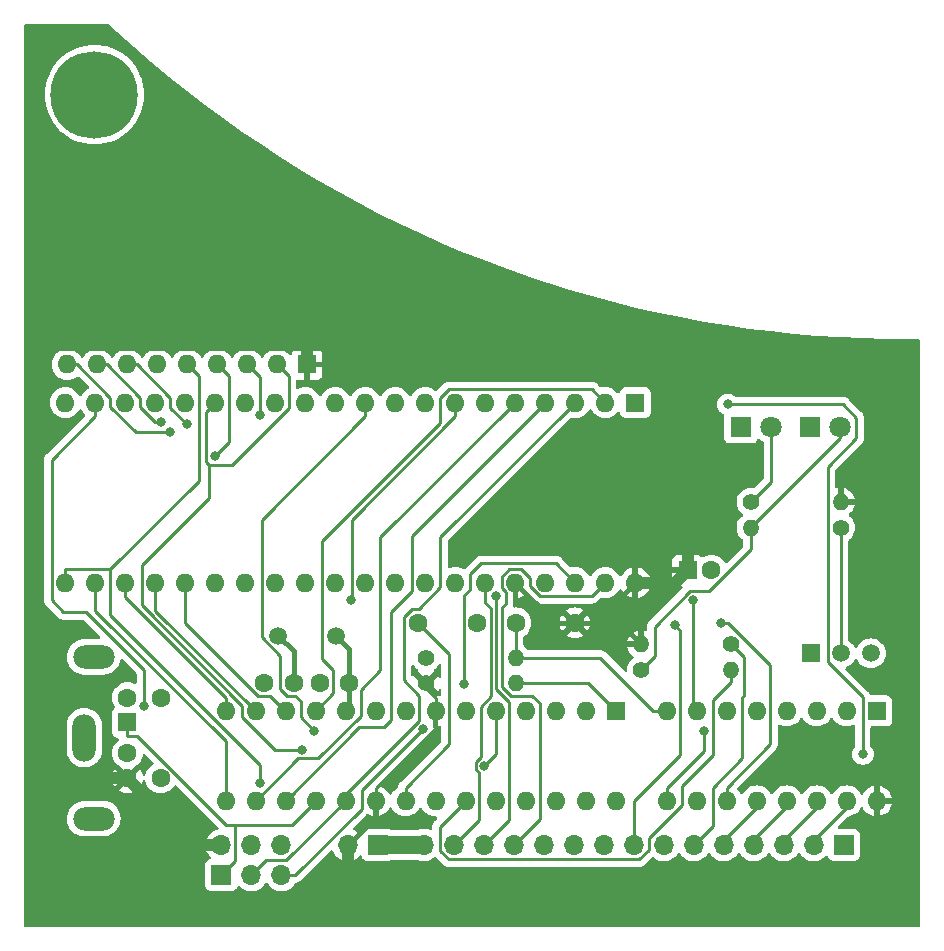
<source format=gbr>
%TF.GenerationSoftware,KiCad,Pcbnew,7.0.7*%
%TF.CreationDate,2023-11-28T10:30:52+00:00*%
%TF.ProjectId,Lynx-PS2,4c796e78-2d50-4533-922e-6b696361645f,rev?*%
%TF.SameCoordinates,Original*%
%TF.FileFunction,Copper,L1,Top*%
%TF.FilePolarity,Positive*%
%FSLAX46Y46*%
G04 Gerber Fmt 4.6, Leading zero omitted, Abs format (unit mm)*
G04 Created by KiCad (PCBNEW 7.0.7) date 2023-11-28 10:30:52*
%MOMM*%
%LPD*%
G01*
G04 APERTURE LIST*
%TA.AperFunction,ComponentPad*%
%ADD10C,1.600000*%
%TD*%
%TA.AperFunction,ComponentPad*%
%ADD11C,1.400000*%
%TD*%
%TA.AperFunction,ComponentPad*%
%ADD12O,1.400000X1.400000*%
%TD*%
%TA.AperFunction,ComponentPad*%
%ADD13R,1.700000X1.700000*%
%TD*%
%TA.AperFunction,ComponentPad*%
%ADD14O,1.700000X1.700000*%
%TD*%
%TA.AperFunction,ComponentPad*%
%ADD15C,7.400000*%
%TD*%
%TA.AperFunction,ComponentPad*%
%ADD16R,1.800000X1.800000*%
%TD*%
%TA.AperFunction,ComponentPad*%
%ADD17C,1.800000*%
%TD*%
%TA.AperFunction,ComponentPad*%
%ADD18R,1.500000X1.500000*%
%TD*%
%TA.AperFunction,ComponentPad*%
%ADD19C,1.500000*%
%TD*%
%TA.AperFunction,ComponentPad*%
%ADD20R,1.600000X1.600000*%
%TD*%
%TA.AperFunction,ComponentPad*%
%ADD21O,1.600000X1.600000*%
%TD*%
%TA.AperFunction,ComponentPad*%
%ADD22O,3.500000X2.000000*%
%TD*%
%TA.AperFunction,ComponentPad*%
%ADD23O,2.000000X4.000000*%
%TD*%
%TA.AperFunction,ViaPad*%
%ADD24C,0.800000*%
%TD*%
%TA.AperFunction,Conductor*%
%ADD25C,0.250000*%
%TD*%
%TA.AperFunction,Conductor*%
%ADD26C,1.000000*%
%TD*%
%TA.AperFunction,Conductor*%
%ADD27C,0.400000*%
%TD*%
%TA.AperFunction,Conductor*%
%ADD28C,1.500000*%
%TD*%
G04 APERTURE END LIST*
D10*
%TO.P,C4,1*%
%TO.N,Net-(U4-PB7)*%
X62660000Y-102300000D03*
%TO.P,C4,2*%
%TO.N,GND*%
X60160000Y-102300000D03*
%TD*%
D11*
%TO.P,R17,1*%
%TO.N,Net-(Q1-B)*%
X104270000Y-89180000D03*
D12*
%TO.P,R17,2*%
%TO.N,Net-(D19-A)*%
X96650000Y-89180000D03*
%TD*%
D13*
%TO.P,J800,1,Pin_1*%
%TO.N,ADMISO*%
X51820000Y-118600000D03*
D14*
%TO.P,J800,2,Pin_2*%
%TO.N,+5V*%
X51820000Y-116060000D03*
%TO.P,J800,3,Pin_3*%
%TO.N,ADSCK*%
X54360000Y-118600000D03*
%TO.P,J800,4,Pin_4*%
%TO.N,ADMOSI*%
X54360000Y-116060000D03*
%TO.P,J800,5,Pin_5*%
%TO.N,ADRESET*%
X56900000Y-118600000D03*
%TO.P,J800,6,Pin_6*%
%TO.N,GND*%
X56900000Y-116060000D03*
%TD*%
D10*
%TO.P,C1,1*%
%TO.N,GND*%
X76750000Y-97250000D03*
%TO.P,C1,2*%
%TO.N,+5V*%
X81750000Y-97250000D03*
%TD*%
D11*
%TO.P,R10,1*%
%TO.N,+5V*%
X69140000Y-102370000D03*
D12*
%TO.P,R10,2*%
%TO.N,ADRESET*%
X76760000Y-102370000D03*
%TD*%
D15*
%TO.P,H1,1,1*%
%TO.N,GND*%
X41075000Y-52525000D03*
%TD*%
D16*
%TO.P,D18,1,K*%
%TO.N,GND*%
X95815000Y-80630000D03*
D17*
%TO.P,D18,2,A*%
%TO.N,Net-(D18-A)*%
X98355000Y-80630000D03*
%TD*%
D18*
%TO.P,Q1,1,C*%
%TO.N,!RST*%
X101727000Y-99822000D03*
D19*
%TO.P,Q1,2,B*%
%TO.N,Net-(Q1-B)*%
X104267000Y-99822000D03*
%TO.P,Q1,3,E*%
%TO.N,GND*%
X106807000Y-99822000D03*
%TD*%
D11*
%TO.P,R9,1*%
%TO.N,!RST*%
X94994000Y-99064000D03*
D12*
%TO.P,R9,2*%
%TO.N,+5V*%
X87374000Y-99064000D03*
%TD*%
D16*
%TO.P,D19,1,K*%
%TO.N,GND*%
X101640000Y-80630000D03*
D17*
%TO.P,D19,2,A*%
%TO.N,Net-(D19-A)*%
X104180000Y-80630000D03*
%TD*%
D13*
%TO.P,J1,1,Pin_1*%
%TO.N,Net-(J1-Pin_1)*%
X65055000Y-116050000D03*
D14*
%TO.P,J1,2,Pin_2*%
%TO.N,+5V*%
X62515000Y-116050000D03*
%TD*%
D11*
%TO.P,R15,1*%
%TO.N,FLOAT*%
X69140000Y-100200000D03*
D12*
%TO.P,R15,2*%
%TO.N,GND*%
X76760000Y-100200000D03*
%TD*%
D11*
%TO.P,R16,1*%
%TO.N,Net-(D19-A)*%
X87374000Y-101214000D03*
D12*
%TO.P,R16,2*%
%TO.N,BREAK*%
X94994000Y-101214000D03*
%TD*%
D20*
%TO.P,RN1,1,common*%
%TO.N,+5V*%
X59080000Y-75370000D03*
D21*
%TO.P,RN1,2,R1*%
%TO.N,ROW7*%
X56540000Y-75370000D03*
%TO.P,RN1,3,R2*%
%TO.N,ROW6*%
X54000000Y-75370000D03*
%TO.P,RN1,4,R3*%
%TO.N,ROW5*%
X51460000Y-75370000D03*
%TO.P,RN1,5,R4*%
%TO.N,ROW4*%
X48920000Y-75370000D03*
%TO.P,RN1,6,R5*%
%TO.N,ROW3*%
X46380000Y-75370000D03*
%TO.P,RN1,7,R6*%
%TO.N,ROW2*%
X43840000Y-75370000D03*
%TO.P,RN1,8,R7*%
%TO.N,ROW1*%
X41300000Y-75370000D03*
%TO.P,RN1,9,R8*%
%TO.N,ROW0*%
X38760000Y-75370000D03*
%TD*%
D20*
%TO.P,C2,1*%
%TO.N,+5V*%
X91290000Y-92800000D03*
D10*
%TO.P,C2,2*%
%TO.N,GND*%
X93290000Y-92800000D03*
%TD*%
D20*
%TO.P,U3,1,~{Q0}*%
%TO.N,COL0*%
X107305000Y-104700000D03*
D21*
%TO.P,U3,2,~{Q1}*%
%TO.N,COL1*%
X104765000Y-104700000D03*
%TO.P,U3,3,~{Q2}*%
%TO.N,COL2*%
X102225000Y-104700000D03*
%TO.P,U3,4,~{Q3}*%
%TO.N,COL3*%
X99685000Y-104700000D03*
%TO.P,U3,5,~{Q4}*%
%TO.N,COL4*%
X97145000Y-104700000D03*
%TO.P,U3,6,~{Q5}*%
%TO.N,COL5*%
X94605000Y-104700000D03*
%TO.P,U3,7,~{Q6}*%
%TO.N,COL6*%
X92065000Y-104700000D03*
%TO.P,U3,8,GND*%
%TO.N,GND*%
X89525000Y-104700000D03*
%TO.P,U3,9,~{Q7}*%
%TO.N,COL7*%
X89525000Y-112320000D03*
%TO.P,U3,10,~{Q8}*%
%TO.N,COL8*%
X92065000Y-112320000D03*
%TO.P,U3,11,~{Q9}*%
%TO.N,COL9*%
X94605000Y-112320000D03*
%TO.P,U3,12,D*%
%TO.N,/KBA3*%
X97145000Y-112320000D03*
%TO.P,U3,13,C*%
%TO.N,/KBA2*%
X99685000Y-112320000D03*
%TO.P,U3,14,B*%
%TO.N,/KBA1*%
X102225000Y-112320000D03*
%TO.P,U3,15,A*%
%TO.N,/KBA0*%
X104765000Y-112320000D03*
%TO.P,U3,16,VCC*%
%TO.N,+5V*%
X107305000Y-112320000D03*
%TD*%
D20*
%TO.P,U4,1,PC6*%
%TO.N,ADRESET*%
X85190000Y-104700000D03*
D21*
%TO.P,U4,2,PD0*%
%TO.N,/AD0*%
X82650000Y-104700000D03*
%TO.P,U4,3,PD1*%
%TO.N,/AD1*%
X80110000Y-104700000D03*
%TO.P,U4,4,PD2*%
%TO.N,MTDATA*%
X77570000Y-104700000D03*
%TO.P,U4,5,PD3*%
%TO.N,PS2-CLK*%
X75030000Y-104700000D03*
%TO.P,U4,6,PD4*%
%TO.N,MTSTROBE*%
X72490000Y-104700000D03*
%TO.P,U4,7,VCC*%
%TO.N,+5V*%
X69950000Y-104700000D03*
%TO.P,U4,8,GND*%
%TO.N,GND*%
X67410000Y-104700000D03*
%TO.P,U4,9,PB6*%
%TO.N,Net-(U4-PB6)*%
X64870000Y-104700000D03*
%TO.P,U4,10,PB7*%
%TO.N,Net-(U4-PB7)*%
X62330000Y-104700000D03*
%TO.P,U4,11,PD5*%
%TO.N,AY2*%
X59790000Y-104700000D03*
%TO.P,U4,12,PD6*%
%TO.N,AY1*%
X57250000Y-104700000D03*
%TO.P,U4,13,PD7*%
%TO.N,AY0*%
X54710000Y-104700000D03*
%TO.P,U4,14,PB0*%
%TO.N,AX2*%
X52170000Y-104700000D03*
%TO.P,U4,15,PB1*%
%TO.N,AX1*%
X52170000Y-112320000D03*
%TO.P,U4,16,PB2*%
%TO.N,AX0*%
X54710000Y-112320000D03*
%TO.P,U4,17,PB3*%
%TO.N,ADMOSI*%
X57250000Y-112320000D03*
%TO.P,U4,18,PB4*%
%TO.N,ADMISO*%
X59790000Y-112320000D03*
%TO.P,U4,19,PB5*%
%TO.N,ADSCK*%
X62330000Y-112320000D03*
%TO.P,U4,20,AVCC*%
%TO.N,+5V*%
X64870000Y-112320000D03*
%TO.P,U4,21,AREF*%
%TO.N,Net-(U4-AREF)*%
X67410000Y-112320000D03*
%TO.P,U4,22,GND*%
%TO.N,GND*%
X69950000Y-112320000D03*
%TO.P,U4,23,PC0*%
%TO.N,BREAK*%
X72490000Y-112320000D03*
%TO.P,U4,24,PC1*%
%TO.N,/AA1*%
X75030000Y-112320000D03*
%TO.P,U4,25,PC2*%
%TO.N,/AA2*%
X77570000Y-112320000D03*
%TO.P,U4,26,PC3*%
%TO.N,/AA3*%
X80110000Y-112320000D03*
%TO.P,U4,27,PC4*%
%TO.N,/AA4*%
X82650000Y-112320000D03*
%TO.P,U4,28,PC5*%
%TO.N,/AA5*%
X85190000Y-112320000D03*
%TD*%
D10*
%TO.P,C5,1*%
%TO.N,Net-(U4-AREF)*%
X68470000Y-97230000D03*
%TO.P,C5,2*%
%TO.N,GND*%
X73470000Y-97230000D03*
%TD*%
D13*
%TO.P,PL1,1,Pin_1*%
%TO.N,GND*%
X104521000Y-116050000D03*
D14*
%TO.P,PL1,2,Pin_2*%
%TO.N,/KBA0*%
X101981000Y-116050000D03*
%TO.P,PL1,3,Pin_3*%
%TO.N,/KBA1*%
X99441000Y-116050000D03*
%TO.P,PL1,4,Pin_4*%
%TO.N,/KBA2*%
X96901000Y-116050000D03*
%TO.P,PL1,5,Pin_5*%
%TO.N,/KBA3*%
X94361000Y-116050000D03*
%TO.P,PL1,6,Pin_6*%
%TO.N,!RST*%
X91821000Y-116050000D03*
%TO.P,PL1,7,Pin_7*%
%TO.N,ROW7*%
X89281000Y-116050000D03*
%TO.P,PL1,8,Pin_8*%
%TO.N,ROW6*%
X86741000Y-116050000D03*
%TO.P,PL1,9,Pin_9*%
%TO.N,ROW5*%
X84201000Y-116050000D03*
%TO.P,PL1,10,Pin_10*%
%TO.N,ROW4*%
X81661000Y-116050000D03*
%TO.P,PL1,11,Pin_11*%
%TO.N,ROW3*%
X79121000Y-116050000D03*
%TO.P,PL1,12,Pin_12*%
%TO.N,ROW2*%
X76581000Y-116050000D03*
%TO.P,PL1,13,Pin_13*%
%TO.N,ROW1*%
X74041000Y-116050000D03*
%TO.P,PL1,14,Pin_14*%
%TO.N,ROW0*%
X71501000Y-116050000D03*
%TO.P,PL1,15,Pin_15*%
%TO.N,Net-(J1-Pin_1)*%
X68961000Y-116050000D03*
%TD*%
D10*
%TO.P,C3,1*%
%TO.N,Net-(U4-PB6)*%
X57940000Y-102300000D03*
%TO.P,C3,2*%
%TO.N,GND*%
X55440000Y-102300000D03*
%TD*%
D19*
%TO.P,Y1,1,1*%
%TO.N,Net-(U4-PB6)*%
X56640000Y-98320000D03*
%TO.P,Y1,2,2*%
%TO.N,Net-(U4-PB7)*%
X61520000Y-98320000D03*
%TD*%
D11*
%TO.P,R18,1*%
%TO.N,Net-(D18-A)*%
X96650000Y-87020000D03*
D12*
%TO.P,R18,2*%
%TO.N,+5V*%
X104270000Y-87020000D03*
%TD*%
D20*
%TO.P,U1,1,Pin_1*%
%TO.N,ROW3*%
X86870000Y-78590000D03*
D21*
%TO.P,U1,2,Pin_2*%
%TO.N,AY2*%
X84330000Y-78590000D03*
%TO.P,U1,3,Pin_3*%
%TO.N,ADSCK*%
X81790000Y-78590000D03*
%TO.P,U1,4,Pin_4*%
%TO.N,ADMOSI*%
X79250000Y-78590000D03*
%TO.P,U1,5,Pin_5*%
%TO.N,AX0*%
X76710000Y-78590000D03*
%TO.P,U1,6,Pin_6*%
%TO.N,COL14*%
X74170000Y-78590000D03*
%TO.P,U1,7,Pin_7*%
%TO.N,FLOAT*%
X71630000Y-78590000D03*
%TO.P,U1,8,Pin_8*%
%TO.N,COL6*%
X69090000Y-78590000D03*
%TO.P,U1,9,Pin_9*%
%TO.N,COL7*%
X66550000Y-78590000D03*
%TO.P,U1,10,Pin_10*%
%TO.N,COL8*%
X64010000Y-78590000D03*
%TO.P,U1,11,Pin_11*%
%TO.N,COL9*%
X61470000Y-78590000D03*
%TO.P,U1,12,Pin_12*%
%TO.N,COL10*%
X58930000Y-78590000D03*
%TO.P,U1,13,Pin_13*%
%TO.N,COL11*%
X56390000Y-78590000D03*
%TO.P,U1,14,Pin_14*%
%TO.N,unconnected-(U1-Pin_14-Pad14)*%
X53850000Y-78590000D03*
%TO.P,U1,15,Pin_15*%
%TO.N,ROW7*%
X51310000Y-78590000D03*
%TO.P,U1,16,Pin_16*%
%TO.N,GND*%
X48770000Y-78590000D03*
%TO.P,U1,17,Pin_17*%
%TO.N,ROW6*%
X46230000Y-78590000D03*
%TO.P,U1,18,Pin_18*%
%TO.N,MTSTROBE*%
X43690000Y-78590000D03*
%TO.P,U1,19,Pin_19*%
%TO.N,ROW5*%
X41150000Y-78590000D03*
%TO.P,U1,20,Pin_20*%
%TO.N,GND*%
X38610000Y-78590000D03*
%TO.P,U1,21,Pin_21*%
%TO.N,ROW4*%
X38610000Y-93830000D03*
%TO.P,U1,22,Pin_22*%
%TO.N,AX1*%
X41150000Y-93830000D03*
%TO.P,U1,23,Pin_23*%
%TO.N,AX2*%
X43690000Y-93830000D03*
%TO.P,U1,24,Pin_24*%
%TO.N,AY0*%
X46230000Y-93830000D03*
%TO.P,U1,25,Pin_25*%
%TO.N,AY1*%
X48770000Y-93830000D03*
%TO.P,U1,26,Pin_26*%
%TO.N,COL13*%
X51310000Y-93830000D03*
%TO.P,U1,27,Pin_27*%
%TO.N,COL12*%
X53850000Y-93830000D03*
%TO.P,U1,28,Pin_28*%
%TO.N,COL5*%
X56390000Y-93830000D03*
%TO.P,U1,29,Pin_29*%
%TO.N,COL4*%
X58930000Y-93830000D03*
%TO.P,U1,30,Pin_30*%
%TO.N,COL3*%
X61470000Y-93830000D03*
%TO.P,U1,31,Pin_31*%
%TO.N,COL2*%
X64010000Y-93830000D03*
%TO.P,U1,32,Pin_32*%
%TO.N,COL1*%
X66550000Y-93830000D03*
%TO.P,U1,33,Pin_33*%
%TO.N,COL0*%
X69090000Y-93830000D03*
%TO.P,U1,34,Pin_34*%
%TO.N,unconnected-(U1-Pin_34-Pad34)*%
X71630000Y-93830000D03*
%TO.P,U1,35,Pin_35*%
%TO.N,ROW0*%
X74170000Y-93830000D03*
%TO.P,U1,36,Pin_36*%
%TO.N,+5V*%
X76710000Y-93830000D03*
%TO.P,U1,37,Pin_37*%
%TO.N,ROW1*%
X79250000Y-93830000D03*
%TO.P,U1,38,Pin_38*%
%TO.N,MTDATA*%
X81790000Y-93830000D03*
%TO.P,U1,39,Pin_39*%
%TO.N,ROW2*%
X84330000Y-93830000D03*
%TO.P,U1,40,Pin_40*%
%TO.N,+5V*%
X86870000Y-93830000D03*
%TD*%
D20*
%TO.P,J3,1*%
%TO.N,ADMISO*%
X43870000Y-105670000D03*
D10*
%TO.P,J3,2*%
%TO.N,unconnected-(J3-Pad2)*%
X43870000Y-108270000D03*
%TO.P,J3,3*%
%TO.N,GND*%
X43870000Y-103570000D03*
%TO.P,J3,4*%
%TO.N,+5V*%
X43870000Y-110370000D03*
%TO.P,J3,5*%
%TO.N,PS2-CLK*%
X46670000Y-103570000D03*
%TO.P,J3,6*%
%TO.N,unconnected-(J3-Pad6)*%
X46670000Y-110370000D03*
D22*
%TO.P,J3,7*%
%TO.N,GND*%
X41020000Y-113820000D03*
D23*
X40220000Y-106970000D03*
D22*
X41020000Y-100120000D03*
%TD*%
D24*
%TO.N,MTDATA*%
X72322800Y-102414300D03*
%TO.N,ADRESET*%
X68867000Y-106236400D03*
%TO.N,COL9*%
X94099300Y-97238300D03*
%TO.N,COL8*%
X59652000Y-106361100D03*
%TO.N,COL7*%
X92662300Y-106435000D03*
%TO.N,COL6*%
X91770300Y-95309600D03*
%TO.N,FLOAT*%
X62800551Y-95285349D03*
%TO.N,ROW0*%
X47504800Y-81094100D03*
%TO.N,ROW1*%
X75089600Y-95005800D03*
X46686000Y-80244600D03*
%TO.N,ROW2*%
X48911400Y-80449800D03*
%TO.N,ROW3*%
X94706200Y-78757500D03*
X106139000Y-108369500D03*
%TO.N,ROW4*%
X55085800Y-110830200D03*
%TO.N,ROW5*%
X51286100Y-83107300D03*
X45270100Y-104295000D03*
%TO.N,ROW6*%
X55064300Y-79647500D03*
X90186500Y-97453000D03*
%TO.N,ROW7*%
X58671100Y-107987800D03*
%TO.N,PS2-CLK*%
X74062100Y-109332400D03*
%TD*%
D25*
%TO.N,ROW3*%
X104467500Y-78757500D02*
X94706200Y-78757500D01*
X103178900Y-84021100D02*
X105580000Y-81620000D01*
X105580000Y-81620000D02*
X105580000Y-79870000D01*
X103178900Y-100578900D02*
X103178900Y-84021100D01*
X105580000Y-79870000D02*
X104467500Y-78757500D01*
X106139000Y-103539000D02*
X103178900Y-100578900D01*
X106139000Y-108369500D02*
X106139000Y-103539000D01*
%TO.N,Net-(D19-A)*%
X96650000Y-89120000D02*
X96650000Y-89180000D01*
X104180000Y-81590000D02*
X96650000Y-89120000D01*
X104180000Y-80630000D02*
X104180000Y-81590000D01*
%TO.N,AX0*%
X58317000Y-108713000D02*
X54710000Y-112320000D01*
X59989000Y-108713000D02*
X58317000Y-108713000D01*
X63600000Y-105102000D02*
X59989000Y-108713000D01*
X63600000Y-102951300D02*
X63600000Y-105102000D01*
X65280000Y-101271300D02*
X63600000Y-102951300D01*
X65280000Y-90010000D02*
X65280000Y-101271300D01*
X76710000Y-78590000D02*
X76700000Y-78590000D01*
X76700000Y-78590000D02*
X65280000Y-90010000D01*
%TO.N,ADMOSI*%
X63510000Y-106060000D02*
X57250000Y-112320000D01*
X66140000Y-96351700D02*
X66140000Y-105510000D01*
X65590000Y-106060000D02*
X63510000Y-106060000D01*
X67964800Y-94526900D02*
X66140000Y-96351700D01*
X67964800Y-89915200D02*
X67964800Y-94526900D01*
X79250000Y-78590000D02*
X79250000Y-78630000D01*
X79250000Y-78630000D02*
X67964800Y-89915200D01*
X66140000Y-105510000D02*
X65590000Y-106060000D01*
%TO.N,ADSCK*%
X62330000Y-111748095D02*
X62330000Y-112320000D01*
X68563700Y-105514395D02*
X62330000Y-111748095D01*
X68563700Y-103423700D02*
X68563700Y-105514395D01*
X67265800Y-102125800D02*
X68563700Y-103423700D01*
X67265800Y-96756900D02*
X67265800Y-102125800D01*
X68512600Y-96048600D02*
X67974100Y-96048600D01*
X70360000Y-94201200D02*
X68512600Y-96048600D01*
X67974100Y-96048600D02*
X67265800Y-96756900D01*
X70360000Y-90010000D02*
X70360000Y-94201200D01*
X81780000Y-78590000D02*
X70360000Y-90010000D01*
X81790000Y-78590000D02*
X81780000Y-78590000D01*
X57320000Y-117330000D02*
X55630000Y-117330000D01*
X55630000Y-117330000D02*
X54360000Y-118600000D01*
X62330000Y-112320000D02*
X57320000Y-117330000D01*
%TO.N,ADMISO*%
X57780400Y-114329600D02*
X59790000Y-112320000D01*
X52995100Y-114329600D02*
X57780400Y-114329600D01*
%TO.N,AY1*%
X48770000Y-97256600D02*
X48770000Y-93830000D01*
X55915200Y-103425200D02*
X54938600Y-103425200D01*
X57190000Y-104700000D02*
X55915200Y-103425200D01*
X54938600Y-103425200D02*
X48770000Y-97256600D01*
X57250000Y-104700000D02*
X57190000Y-104700000D01*
%TO.N,COL8*%
X58530000Y-105239100D02*
X59652000Y-106361100D01*
X58530000Y-103870000D02*
X58530000Y-105239100D01*
X56797600Y-102825200D02*
X57397600Y-103425200D01*
X57397600Y-103425200D02*
X58085200Y-103425200D01*
X56797600Y-100019600D02*
X56797600Y-102825200D01*
X55224700Y-98446700D02*
X56797600Y-100019600D01*
X58085200Y-103425200D02*
X58530000Y-103870000D01*
X55224700Y-88500400D02*
X55224700Y-98446700D01*
X64010000Y-79715100D02*
X55224700Y-88500400D01*
X64010000Y-78590000D02*
X64010000Y-79715100D01*
%TO.N,AY2*%
X59810000Y-104700000D02*
X59790000Y-104700000D01*
X61285400Y-103224600D02*
X59810000Y-104700000D01*
X70360000Y-80287700D02*
X60339100Y-90308600D01*
X71104900Y-77459000D02*
X70360000Y-78203900D01*
X60339100Y-90308600D02*
X60339100Y-100279200D01*
X70360000Y-78203900D02*
X70360000Y-80287700D01*
X83199000Y-77459000D02*
X71104900Y-77459000D01*
X60339100Y-100279200D02*
X61285400Y-101225500D01*
X61285400Y-101225500D02*
X61285400Y-103224600D01*
X84330000Y-78590000D02*
X83199000Y-77459000D01*
%TO.N,ROW2*%
X83181700Y-94978300D02*
X84330000Y-93830000D01*
X78803000Y-94978300D02*
X83181700Y-94978300D01*
X77980000Y-94155300D02*
X78803000Y-94978300D01*
X77980000Y-93430100D02*
X77980000Y-94155300D01*
X77226700Y-92676800D02*
X77980000Y-93430100D01*
X76201900Y-92676800D02*
X77226700Y-92676800D01*
X75542900Y-93335800D02*
X76201900Y-92676800D01*
X75878900Y-94616100D02*
X75542900Y-94280100D01*
X75878900Y-95657300D02*
X75878900Y-94616100D01*
X75542900Y-94280100D02*
X75542900Y-93335800D01*
X76314200Y-103409600D02*
X75610800Y-102706200D01*
X75610800Y-95925400D02*
X75878900Y-95657300D01*
X78810000Y-113821000D02*
X78810000Y-104060000D01*
X78810000Y-104060000D02*
X78159600Y-103409600D01*
X78159600Y-103409600D02*
X76314200Y-103409600D01*
X75610800Y-102706200D02*
X75610800Y-95925400D01*
X76581000Y-116050000D02*
X78810000Y-113821000D01*
%TO.N,ADRESET*%
X85190000Y-104700000D02*
X82860000Y-102370000D01*
X82860000Y-102370000D02*
X76760000Y-102370000D01*
%TO.N,COL6*%
X91770300Y-104405300D02*
X91770300Y-95309600D01*
X92065000Y-104700000D02*
X91770300Y-104405300D01*
%TO.N,/KBA0*%
X101981000Y-115639000D02*
X104765000Y-112855000D01*
X104765000Y-112855000D02*
X104765000Y-112320000D01*
X101981000Y-116050000D02*
X101981000Y-115639000D01*
%TO.N,/KBA1*%
X102225000Y-112825000D02*
X102225000Y-112320000D01*
X99441000Y-115609000D02*
X102225000Y-112825000D01*
X99441000Y-116050000D02*
X99441000Y-115609000D01*
%TO.N,/KBA2*%
X99685000Y-112725000D02*
X99685000Y-112320000D01*
X96901000Y-115509000D02*
X99685000Y-112725000D01*
X96901000Y-116050000D02*
X96901000Y-115509000D01*
%TO.N,/KBA3*%
X97145000Y-112865000D02*
X97145000Y-112320000D01*
X94361000Y-115649000D02*
X97145000Y-112865000D01*
X94361000Y-116050000D02*
X94361000Y-115649000D01*
%TO.N,!RST*%
X95875000Y-108728700D02*
X95875000Y-103574800D01*
X93408900Y-111194800D02*
X95875000Y-108728700D01*
X96057800Y-103392000D02*
X96057800Y-100127800D01*
X93408900Y-114431100D02*
X93408900Y-111194800D01*
X95875000Y-103574800D02*
X96057800Y-103392000D01*
X96057800Y-100127800D02*
X94994000Y-99064000D01*
X91821000Y-116019000D02*
X93408900Y-114431100D01*
X91821000Y-116050000D02*
X91821000Y-116019000D01*
%TO.N,ROW1*%
X75089600Y-102878900D02*
X75089600Y-95005800D01*
X76160100Y-113930900D02*
X76160100Y-103949400D01*
X76160100Y-103949400D02*
X75089600Y-102878900D01*
X74041000Y-116050000D02*
X76160100Y-113930900D01*
%TO.N,ROW0*%
X74636100Y-95993200D02*
X74170000Y-95527100D01*
X74636100Y-103470400D02*
X74636100Y-95993200D01*
X73760000Y-108609100D02*
X73760000Y-104346500D01*
X73337000Y-109032100D02*
X73760000Y-108609100D01*
X73337000Y-109632700D02*
X73337000Y-109032100D01*
X73654200Y-109949900D02*
X73337000Y-109632700D01*
X74170000Y-95527100D02*
X74170000Y-93830000D01*
X73654200Y-113896800D02*
X73654200Y-109949900D01*
X73760000Y-104346500D02*
X74636100Y-103470400D01*
X71501000Y-116050000D02*
X73654200Y-113896800D01*
%TO.N,ADMISO*%
X52995100Y-117424900D02*
X51820000Y-118600000D01*
X52995100Y-114329600D02*
X52995100Y-117424900D01*
%TO.N,ROW7*%
X45072200Y-92379800D02*
X50786100Y-86665900D01*
X50786100Y-86665900D02*
X50786100Y-83877800D01*
X45072200Y-95762200D02*
X45072200Y-92379800D01*
X53584800Y-105223800D02*
X53584800Y-104274800D01*
X53584800Y-104274800D02*
X45072200Y-95762200D01*
X56348800Y-107987800D02*
X53584800Y-105223800D01*
X58671100Y-107987800D02*
X56348800Y-107987800D01*
%TO.N,ROW5*%
X40340000Y-96330000D02*
X45270100Y-101260100D01*
X37440200Y-95340200D02*
X38430000Y-96330000D01*
X38430000Y-96330000D02*
X40340000Y-96330000D01*
X37440200Y-83424900D02*
X37440200Y-95340200D01*
X41150000Y-79715100D02*
X37440200Y-83424900D01*
X45270100Y-101260100D02*
X45270100Y-104295000D01*
X41150000Y-78590000D02*
X41150000Y-79715100D01*
%TO.N,FLOAT*%
X71630000Y-79715100D02*
X71630000Y-78590000D01*
X62835900Y-88509200D02*
X71630000Y-79715100D01*
X62835900Y-95250000D02*
X62835900Y-88509200D01*
X62800551Y-95285349D02*
X62835900Y-95250000D01*
%TO.N,MTDATA*%
X72910000Y-94390000D02*
X72322800Y-94977200D01*
X72322800Y-94977200D02*
X72322800Y-102414300D01*
X73842100Y-92187900D02*
X72910000Y-93120000D01*
X80147900Y-92187900D02*
X73842100Y-92187900D01*
X81790000Y-93830000D02*
X80147900Y-92187900D01*
X72910000Y-93120000D02*
X72910000Y-94390000D01*
%TO.N,ROW7*%
X50537100Y-83628800D02*
X50537100Y-79362900D01*
X50537100Y-79362900D02*
X51310000Y-78590000D01*
X50786100Y-83877800D02*
X50537100Y-83628800D01*
X57519900Y-79052100D02*
X57519900Y-76349900D01*
X57519900Y-76349900D02*
X56540000Y-75370000D01*
X52694200Y-83877800D02*
X57519900Y-79052100D01*
X50786100Y-83877800D02*
X52694200Y-83877800D01*
%TO.N,ROW6*%
X55064300Y-76434300D02*
X55064300Y-79647500D01*
X54000000Y-75370000D02*
X55064300Y-76434300D01*
%TO.N,ROW5*%
X52439900Y-76349900D02*
X51460000Y-75370000D01*
X51286100Y-83107300D02*
X52439900Y-81953500D01*
X52439900Y-81953500D02*
X52439900Y-76349900D01*
%TO.N,ROW4*%
X49899900Y-76349900D02*
X49899900Y-85225000D01*
X48920000Y-75370000D02*
X49899900Y-76349900D01*
X49899900Y-85225000D02*
X42420000Y-92704900D01*
%TO.N,ROW2*%
X47500000Y-78186800D02*
X47500000Y-79038400D01*
X44683200Y-75370000D02*
X47500000Y-78186800D01*
X47500000Y-79038400D02*
X48911400Y-80449800D01*
X43840000Y-75370000D02*
X44683200Y-75370000D01*
%TO.N,ROW1*%
X46239800Y-80244600D02*
X46686000Y-80244600D01*
X44960000Y-78964800D02*
X46239800Y-80244600D01*
X42143200Y-75370000D02*
X44960000Y-78186800D01*
X44960000Y-78186800D02*
X44960000Y-78964800D01*
X41300000Y-75370000D02*
X42143200Y-75370000D01*
%TO.N,ROW0*%
X44584500Y-81094100D02*
X47504800Y-81094100D01*
X42420000Y-78929600D02*
X44584500Y-81094100D01*
X39602700Y-75370000D02*
X42420000Y-78187300D01*
X38760000Y-75370000D02*
X39602700Y-75370000D01*
X42420000Y-78187300D02*
X42420000Y-78929600D01*
D26*
%TO.N,+5V*%
X62515000Y-121685000D02*
X62515000Y-116050000D01*
X35602800Y-110350000D02*
X35602800Y-122302800D01*
X108026200Y-73726200D02*
X91290000Y-73726200D01*
D25*
%TO.N,ADRESET*%
X63691100Y-111412300D02*
X68867000Y-106236400D01*
X63691100Y-112984000D02*
X63691100Y-111412300D01*
X58075100Y-118600000D02*
X63691100Y-112984000D01*
X56900000Y-118600000D02*
X58075100Y-118600000D01*
%TO.N,AY0*%
X46230000Y-93830000D02*
X46230000Y-94955100D01*
X46230000Y-96220000D02*
X46230000Y-94955100D01*
X54710000Y-104700000D02*
X46230000Y-96220000D01*
%TO.N,AX2*%
X52170000Y-104700000D02*
X52170000Y-103574900D01*
X43690000Y-93830000D02*
X43690000Y-94955100D01*
X43690000Y-95094900D02*
X43690000Y-94955100D01*
X52170000Y-103574900D02*
X43690000Y-95094900D01*
%TO.N,AX1*%
X41150000Y-93830000D02*
X41150000Y-94955100D01*
X52170000Y-112320000D02*
X52170000Y-111194900D01*
X52170000Y-107227400D02*
X52170000Y-111194900D01*
X41150000Y-96207400D02*
X52170000Y-107227400D01*
X41150000Y-94955100D02*
X41150000Y-96207400D01*
%TO.N,ADMISO*%
X43870000Y-105670000D02*
X43870000Y-106795100D01*
X52248300Y-114329600D02*
X52995100Y-114329600D01*
X44713800Y-106795100D02*
X52248300Y-114329600D01*
X43870000Y-106795100D02*
X44713800Y-106795100D01*
%TO.N,COL9*%
X98280300Y-107519600D02*
X94605000Y-111194900D01*
X98280300Y-100831800D02*
X98280300Y-107519600D01*
X94686800Y-97238300D02*
X98280300Y-100831800D01*
X94099300Y-97238300D02*
X94686800Y-97238300D01*
X94605000Y-112320000D02*
X94605000Y-111194900D01*
%TO.N,COL7*%
X89525000Y-112320000D02*
X89525000Y-111194900D01*
X92662300Y-108057600D02*
X89525000Y-111194900D01*
X92662300Y-106435000D02*
X92662300Y-108057600D01*
%TO.N,Net-(U4-AREF)*%
X71083900Y-99843900D02*
X68470000Y-97230000D01*
X71083900Y-107521000D02*
X71083900Y-99843900D01*
X67410000Y-111194900D02*
X71083900Y-107521000D01*
X67410000Y-112320000D02*
X67410000Y-111194900D01*
D27*
%TO.N,Net-(U4-PB7)*%
X62660000Y-99460000D02*
X61520000Y-98320000D01*
X62660000Y-102300000D02*
X62660000Y-99460000D01*
X62660000Y-104370000D02*
X62330000Y-104700000D01*
X62660000Y-102300000D02*
X62660000Y-104370000D01*
D25*
%TO.N,BREAK*%
X70307700Y-114502300D02*
X72490000Y-112320000D01*
X70307700Y-116532000D02*
X70307700Y-114502300D01*
X71048700Y-117273000D02*
X70307700Y-116532000D01*
X87189600Y-117273000D02*
X71048700Y-117273000D01*
X88011000Y-116451600D02*
X87189600Y-117273000D01*
X88011000Y-115456800D02*
X88011000Y-116451600D01*
X90795000Y-112672800D02*
X88011000Y-115456800D01*
X90795000Y-111054900D02*
X90795000Y-112672800D01*
X93419400Y-108430500D02*
X90795000Y-111054900D01*
X93419400Y-103813700D02*
X93419400Y-108430500D01*
X94994000Y-102239100D02*
X93419400Y-103813700D01*
X94994000Y-101214000D02*
X94994000Y-102239100D01*
%TO.N,Net-(Q1-B)*%
X104267000Y-89183000D02*
X104270000Y-89180000D01*
X104267000Y-99822000D02*
X104267000Y-89183000D01*
%TO.N,ROW4*%
X38610000Y-93830000D02*
X38610000Y-92704900D01*
X42420000Y-92704900D02*
X38610000Y-92704900D01*
X55085800Y-109258800D02*
X55085800Y-110830200D01*
X42420000Y-96593000D02*
X55085800Y-109258800D01*
X42420000Y-92704900D02*
X42420000Y-96593000D01*
%TO.N,ROW6*%
X86741000Y-112360300D02*
X86741000Y-116050000D01*
X90657300Y-108444000D02*
X86741000Y-112360300D01*
X90657300Y-97923800D02*
X90657300Y-108444000D01*
X90186500Y-97453000D02*
X90657300Y-97923800D01*
%TO.N,PS2-CLK*%
X75030000Y-108364500D02*
X75030000Y-104700000D01*
X74062100Y-109332400D02*
X75030000Y-108364500D01*
D27*
%TO.N,Net-(U4-PB6)*%
X57940000Y-99620000D02*
X56640000Y-98320000D01*
X57940000Y-102300000D02*
X57940000Y-99620000D01*
D28*
%TO.N,Net-(J1-Pin_1)*%
X68961000Y-116050000D02*
X65055000Y-116050000D01*
D25*
%TO.N,Net-(D19-A)*%
X88498700Y-100089300D02*
X87374000Y-101214000D01*
X88498700Y-97555800D02*
X88498700Y-100089300D01*
X91470000Y-94584500D02*
X88498700Y-97555800D01*
X93100100Y-94584500D02*
X91470000Y-94584500D01*
X96650000Y-91034600D02*
X93100100Y-94584500D01*
X96650000Y-89180000D02*
X96650000Y-91034600D01*
%TO.N,Net-(D18-A)*%
X98355000Y-85315000D02*
X96650000Y-87020000D01*
X98355000Y-80630000D02*
X98355000Y-85315000D01*
D27*
%TO.N,+5V*%
X80130000Y-97250000D02*
X76710000Y-93830000D01*
X81750000Y-97250000D02*
X80130000Y-97250000D01*
X83450000Y-97250000D02*
X84500000Y-96200000D01*
X81750000Y-97250000D02*
X83450000Y-97250000D01*
D26*
X49560000Y-116060000D02*
X43870000Y-110370000D01*
X51820000Y-116060000D02*
X49560000Y-116060000D01*
X35622800Y-110370000D02*
X35602800Y-110350000D01*
X43870000Y-110370000D02*
X35622800Y-110370000D01*
X35602800Y-73726200D02*
X35602800Y-110350000D01*
X59080000Y-73726200D02*
X35602800Y-73726200D01*
X90260000Y-93830000D02*
X91290000Y-92800000D01*
X86870000Y-93830000D02*
X90260000Y-93830000D01*
X91290000Y-92800000D02*
X91290000Y-73726200D01*
X59080000Y-75370000D02*
X59080000Y-73726200D01*
X91290000Y-73726200D02*
X59080000Y-73726200D01*
D27*
X84510000Y-96200000D02*
X84500000Y-96200000D01*
X87374000Y-99064000D02*
X84510000Y-96200000D01*
X84500000Y-96200000D02*
X86870000Y-93830000D01*
X64870000Y-113695000D02*
X62515000Y-116050000D01*
X64870000Y-112320000D02*
X64870000Y-113695000D01*
D25*
X64870000Y-112320000D02*
X64870000Y-111194900D01*
X69140000Y-102764900D02*
X69140000Y-102370000D01*
X69950000Y-103574900D02*
X69140000Y-102764900D01*
X69950000Y-104700000D02*
X69950000Y-103574900D01*
X69950000Y-106178900D02*
X69950000Y-104700000D01*
X64934000Y-111194900D02*
X69950000Y-106178900D01*
X64870000Y-111194900D02*
X64934000Y-111194900D01*
%TO.N,GND*%
X76760000Y-97260000D02*
X76760000Y-100200000D01*
X76750000Y-97250000D02*
X76760000Y-97260000D01*
X89525000Y-104700000D02*
X88399900Y-104700000D01*
X83899900Y-100200000D02*
X88399900Y-104700000D01*
X76760000Y-100200000D02*
X83899900Y-100200000D01*
%TD*%
%TA.AperFunction,Conductor*%
%TO.N,+5V*%
G36*
X64763331Y-112708091D02*
G01*
X64795699Y-112713218D01*
X64838515Y-112720000D01*
X64838519Y-112720000D01*
X64901485Y-112720000D01*
X64938960Y-112714064D01*
X64976602Y-112708102D01*
X65045893Y-112717056D01*
X65099346Y-112762052D01*
X65119986Y-112828803D01*
X65119999Y-112830575D01*
X65119999Y-113598871D01*
X65120000Y-113598872D01*
X65316317Y-113546269D01*
X65316326Y-113546265D01*
X65522482Y-113450134D01*
X65708820Y-113319657D01*
X65869657Y-113158820D01*
X66000133Y-112972483D01*
X66022927Y-112923600D01*
X66069098Y-112871160D01*
X66136292Y-112852007D01*
X66203173Y-112872221D01*
X66247691Y-112923596D01*
X66272477Y-112976749D01*
X66403802Y-113164300D01*
X66565700Y-113326198D01*
X66753251Y-113457523D01*
X66843220Y-113499476D01*
X66960750Y-113554281D01*
X66960752Y-113554281D01*
X66960757Y-113554284D01*
X67181913Y-113613543D01*
X67337385Y-113627145D01*
X67409998Y-113633498D01*
X67410000Y-113633498D01*
X67410002Y-113633498D01*
X67482615Y-113627145D01*
X67638087Y-113613543D01*
X67859243Y-113554284D01*
X68066749Y-113457523D01*
X68254300Y-113326198D01*
X68416198Y-113164300D01*
X68547523Y-112976749D01*
X68567618Y-112933654D01*
X68613787Y-112881216D01*
X68680980Y-112862063D01*
X68747862Y-112882277D01*
X68792380Y-112933653D01*
X68812474Y-112976743D01*
X68812477Y-112976749D01*
X68943802Y-113164300D01*
X69105700Y-113326198D01*
X69293251Y-113457523D01*
X69383220Y-113499476D01*
X69500750Y-113554281D01*
X69500752Y-113554281D01*
X69500757Y-113554284D01*
X69721913Y-113613543D01*
X69950000Y-113633498D01*
X69972901Y-113631494D01*
X70041400Y-113645260D01*
X70091584Y-113693874D01*
X70107518Y-113761902D01*
X70084144Y-113827746D01*
X70071390Y-113842703D01*
X69918879Y-113995214D01*
X69906520Y-114005118D01*
X69906693Y-114005327D01*
X69900683Y-114010299D01*
X69900682Y-114010299D01*
X69900682Y-114010300D01*
X69876273Y-114036293D01*
X69852716Y-114061378D01*
X69831572Y-114082522D01*
X69831557Y-114082539D01*
X69827231Y-114088114D01*
X69823447Y-114092544D01*
X69791119Y-114126971D01*
X69791112Y-114126981D01*
X69781279Y-114144867D01*
X69770603Y-114161120D01*
X69758086Y-114177257D01*
X69758085Y-114177259D01*
X69739325Y-114220610D01*
X69736755Y-114225856D01*
X69714003Y-114267241D01*
X69714003Y-114267242D01*
X69708925Y-114287020D01*
X69702625Y-114305422D01*
X69694518Y-114324157D01*
X69687131Y-114370795D01*
X69685946Y-114376516D01*
X69674200Y-114422265D01*
X69674200Y-114442684D01*
X69672673Y-114462083D01*
X69669480Y-114482241D01*
X69669480Y-114482242D01*
X69673925Y-114529266D01*
X69674200Y-114535104D01*
X69674200Y-114684844D01*
X69654515Y-114751883D01*
X69601711Y-114797638D01*
X69532553Y-114807582D01*
X69509937Y-114802125D01*
X69295637Y-114728556D01*
X69073569Y-114691500D01*
X68848431Y-114691500D01*
X68626362Y-114728556D01*
X68462587Y-114784781D01*
X68422324Y-114791500D01*
X66249100Y-114791500D01*
X66182061Y-114771815D01*
X66174789Y-114766766D01*
X66151207Y-114749112D01*
X66151206Y-114749111D01*
X66014203Y-114698011D01*
X65953654Y-114691500D01*
X65953638Y-114691500D01*
X64156362Y-114691500D01*
X64156345Y-114691500D01*
X64095797Y-114698011D01*
X64095795Y-114698011D01*
X63958795Y-114749111D01*
X63841739Y-114836739D01*
X63754111Y-114953795D01*
X63705777Y-115083381D01*
X63663905Y-115139314D01*
X63598441Y-115163730D01*
X63530168Y-115148878D01*
X63501915Y-115127727D01*
X63386082Y-115011894D01*
X63192578Y-114876399D01*
X63013463Y-114792877D01*
X62961024Y-114746705D01*
X62941872Y-114679511D01*
X62962088Y-114612630D01*
X62978178Y-114592824D01*
X64079915Y-113491087D01*
X64092273Y-113481189D01*
X64092100Y-113480979D01*
X64100752Y-113473821D01*
X64103226Y-113472758D01*
X64104725Y-113471808D01*
X64104878Y-113472049D01*
X64164953Y-113446253D01*
X64232200Y-113456980D01*
X64423673Y-113546265D01*
X64423682Y-113546269D01*
X64619999Y-113598872D01*
X64620000Y-113598871D01*
X64620000Y-112830575D01*
X64639685Y-112763536D01*
X64692489Y-112717781D01*
X64761647Y-112707837D01*
X64763331Y-112708091D01*
G37*
%TD.AperFunction*%
%TA.AperFunction,Conductor*%
G36*
X69843331Y-105088091D02*
G01*
X69875699Y-105093218D01*
X69918515Y-105100000D01*
X69918519Y-105100000D01*
X69981485Y-105100000D01*
X70024300Y-105093218D01*
X70056602Y-105088102D01*
X70125894Y-105097056D01*
X70179347Y-105142052D01*
X70199987Y-105208803D01*
X70200000Y-105210575D01*
X70200000Y-105978871D01*
X70294306Y-105953602D01*
X70364156Y-105955265D01*
X70422018Y-105994427D01*
X70449523Y-106058655D01*
X70450400Y-106073377D01*
X70450400Y-107207232D01*
X70430715Y-107274271D01*
X70414081Y-107294913D01*
X67021179Y-110687814D01*
X67008820Y-110697718D01*
X67008993Y-110697927D01*
X67002983Y-110702899D01*
X66955016Y-110753978D01*
X66933872Y-110775122D01*
X66933857Y-110775139D01*
X66929531Y-110780714D01*
X66925747Y-110785144D01*
X66893419Y-110819571D01*
X66893412Y-110819581D01*
X66883579Y-110837467D01*
X66872903Y-110853720D01*
X66860386Y-110869857D01*
X66860385Y-110869859D01*
X66841625Y-110913210D01*
X66839055Y-110918456D01*
X66816303Y-110959841D01*
X66816303Y-110959842D01*
X66811225Y-110979620D01*
X66804925Y-110998022D01*
X66796818Y-111016757D01*
X66789431Y-111063395D01*
X66788246Y-111069116D01*
X66776499Y-111114871D01*
X66776273Y-111116662D01*
X66775705Y-111117963D01*
X66774560Y-111122425D01*
X66773840Y-111122240D01*
X66748342Y-111180706D01*
X66724375Y-111202695D01*
X66565699Y-111313802D01*
X66403806Y-111475695D01*
X66403803Y-111475698D01*
X66403802Y-111475700D01*
X66381519Y-111507524D01*
X66272476Y-111663252D01*
X66272474Y-111663256D01*
X66247691Y-111716402D01*
X66201518Y-111768841D01*
X66134324Y-111787992D01*
X66067444Y-111767775D01*
X66022927Y-111716399D01*
X66000133Y-111667517D01*
X65869657Y-111481179D01*
X65708820Y-111320342D01*
X65522482Y-111189865D01*
X65316326Y-111093734D01*
X65316319Y-111093731D01*
X65199828Y-111062517D01*
X65140168Y-111026151D01*
X65109639Y-110963304D01*
X65117934Y-110893929D01*
X65144236Y-110855067D01*
X68818085Y-107181219D01*
X68879409Y-107147734D01*
X68905767Y-107144900D01*
X68962487Y-107144900D01*
X69149288Y-107105194D01*
X69323752Y-107027518D01*
X69478253Y-106915266D01*
X69606040Y-106773344D01*
X69701527Y-106607956D01*
X69760542Y-106426328D01*
X69780504Y-106236400D01*
X69760542Y-106046472D01*
X69716126Y-105909776D01*
X69706069Y-105878822D01*
X69700000Y-105840504D01*
X69700000Y-105210575D01*
X69719685Y-105143536D01*
X69772489Y-105097781D01*
X69841647Y-105087837D01*
X69843331Y-105088091D01*
G37*
%TD.AperFunction*%
%TA.AperFunction,Conductor*%
G36*
X45380323Y-108357528D02*
G01*
X46053084Y-109030288D01*
X46086569Y-109091611D01*
X46081585Y-109161302D01*
X46039714Y-109217236D01*
X46017816Y-109230347D01*
X46013257Y-109232472D01*
X46013255Y-109232474D01*
X46013250Y-109232477D01*
X46013251Y-109232477D01*
X45825700Y-109363802D01*
X45825698Y-109363803D01*
X45825695Y-109363806D01*
X45663806Y-109525695D01*
X45663803Y-109525698D01*
X45663802Y-109525700D01*
X45581908Y-109642657D01*
X45532476Y-109713252D01*
X45532475Y-109713254D01*
X45435718Y-109920750D01*
X45435714Y-109920762D01*
X45385375Y-110108630D01*
X45349010Y-110168290D01*
X45286163Y-110198819D01*
X45216787Y-110190524D01*
X45162909Y-110146039D01*
X45145825Y-110108629D01*
X45096269Y-109923682D01*
X45096265Y-109923673D01*
X45000133Y-109717516D01*
X45000131Y-109717512D01*
X44949026Y-109644526D01*
X44949025Y-109644526D01*
X44407419Y-110186132D01*
X44346096Y-110219617D01*
X44276404Y-110214633D01*
X44220471Y-110172761D01*
X44209256Y-110154751D01*
X44197641Y-110131955D01*
X44197637Y-110131951D01*
X44197636Y-110131949D01*
X44108050Y-110042363D01*
X44108046Y-110042360D01*
X44108045Y-110042359D01*
X44100458Y-110038493D01*
X44085250Y-110030744D01*
X44034454Y-109982769D01*
X44017660Y-109914948D01*
X44040198Y-109848813D01*
X44053865Y-109832579D01*
X44421674Y-109464770D01*
X44456947Y-109440071D01*
X44526749Y-109407523D01*
X44714300Y-109276198D01*
X44876198Y-109114300D01*
X45007523Y-108926749D01*
X45104284Y-108719243D01*
X45163543Y-108498087D01*
X45169114Y-108434400D01*
X45194566Y-108369334D01*
X45251156Y-108328355D01*
X45320918Y-108324476D01*
X45380323Y-108357528D01*
G37*
%TD.AperFunction*%
%TA.AperFunction,Conductor*%
G36*
X69619568Y-102500605D02*
G01*
X69641791Y-102518239D01*
X70148861Y-103025308D01*
X70164631Y-103004425D01*
X70164633Y-103004422D01*
X70215400Y-102902470D01*
X70262903Y-102851233D01*
X70330566Y-102833812D01*
X70396906Y-102855738D01*
X70440861Y-102910049D01*
X70450400Y-102957742D01*
X70450400Y-103326622D01*
X70430715Y-103393661D01*
X70377911Y-103439416D01*
X70308753Y-103449360D01*
X70294307Y-103446397D01*
X70176610Y-103414860D01*
X70176599Y-103414858D01*
X69950002Y-103395034D01*
X69949996Y-103395034D01*
X69880223Y-103401137D01*
X69811723Y-103387369D01*
X69781737Y-103365290D01*
X69286405Y-102869958D01*
X69252920Y-102808635D01*
X69257904Y-102738943D01*
X69299776Y-102683010D01*
X69315052Y-102673232D01*
X69357947Y-102650019D01*
X69437060Y-102564079D01*
X69440554Y-102556111D01*
X69485504Y-102502628D01*
X69552239Y-102481934D01*
X69619568Y-102500605D01*
G37*
%TD.AperFunction*%
%TA.AperFunction,Conductor*%
G36*
X68104503Y-100834615D02*
G01*
X68124871Y-100857201D01*
X68179529Y-100935260D01*
X68210700Y-100979778D01*
X68360221Y-101129299D01*
X68394445Y-101153263D01*
X68442631Y-101187003D01*
X68442633Y-101187004D01*
X68486258Y-101241580D01*
X68492661Y-101303444D01*
X68493583Y-101303551D01*
X68493101Y-101307697D01*
X68493452Y-101311079D01*
X68492488Y-101312984D01*
X68486671Y-101363119D01*
X68993594Y-101870041D01*
X69027079Y-101931364D01*
X69022095Y-102001055D01*
X68980224Y-102056989D01*
X68964931Y-102066776D01*
X68922056Y-102089979D01*
X68922052Y-102089981D01*
X68842939Y-102175922D01*
X68839441Y-102183896D01*
X68794481Y-102237379D01*
X68727744Y-102258065D01*
X68660417Y-102239386D01*
X68638207Y-102221760D01*
X68131138Y-101714691D01*
X68131137Y-101714691D01*
X68122256Y-101726453D01*
X68066148Y-101768091D01*
X67996436Y-101772784D01*
X67935253Y-101739043D01*
X67902025Y-101677581D01*
X67899300Y-101651729D01*
X67899300Y-100928328D01*
X67918985Y-100861289D01*
X67971789Y-100815534D01*
X68040947Y-100805590D01*
X68104503Y-100834615D01*
G37*
%TD.AperFunction*%
%TA.AperFunction,Conductor*%
G36*
X70394264Y-100704937D02*
G01*
X70439599Y-100758102D01*
X70450400Y-100808718D01*
X70450400Y-101782257D01*
X70430715Y-101849296D01*
X70377911Y-101895051D01*
X70308753Y-101904995D01*
X70245197Y-101875970D01*
X70215400Y-101837529D01*
X70164635Y-101735580D01*
X70164630Y-101735572D01*
X70148860Y-101714690D01*
X69640552Y-102222999D01*
X69579229Y-102256484D01*
X69509537Y-102251500D01*
X69453604Y-102209628D01*
X69449062Y-102203139D01*
X69401065Y-102129674D01*
X69401062Y-102129671D01*
X69301399Y-102052100D01*
X69260586Y-101995390D01*
X69256911Y-101925617D01*
X69289880Y-101866566D01*
X69793327Y-101363119D01*
X69786416Y-101303551D01*
X69790318Y-101303098D01*
X69785475Y-101272973D01*
X69813440Y-101208944D01*
X69837361Y-101187007D01*
X69919776Y-101129301D01*
X70069301Y-100979776D01*
X70190589Y-100806558D01*
X70214018Y-100756313D01*
X70260190Y-100703874D01*
X70327383Y-100684722D01*
X70394264Y-100704937D01*
G37*
%TD.AperFunction*%
%TA.AperFunction,Conductor*%
G36*
X42283452Y-46550776D02*
G01*
X42301261Y-46564665D01*
X42397632Y-46655091D01*
X42971366Y-47193435D01*
X44409255Y-48490486D01*
X45872342Y-49759044D01*
X47360063Y-50998622D01*
X48871843Y-52208740D01*
X50407100Y-53388932D01*
X51965240Y-54538742D01*
X53545664Y-55657727D01*
X55147760Y-56745455D01*
X56770912Y-57801507D01*
X58414492Y-58825475D01*
X60077867Y-59816963D01*
X61760395Y-60775590D01*
X63461427Y-61700986D01*
X65180306Y-62592793D01*
X66916369Y-63450667D01*
X68668948Y-64274279D01*
X70437364Y-65063308D01*
X72220937Y-65817453D01*
X74018978Y-66536420D01*
X75830793Y-67219934D01*
X77655684Y-67867730D01*
X79492946Y-68479559D01*
X81341871Y-69055183D01*
X83201744Y-69594382D01*
X85071849Y-70096948D01*
X86951465Y-70562685D01*
X88839865Y-70991416D01*
X90736322Y-71382973D01*
X92640104Y-71737207D01*
X94550475Y-72053981D01*
X96466700Y-72333171D01*
X98388039Y-72574672D01*
X100313751Y-72778388D01*
X102243092Y-72944243D01*
X104175319Y-73072171D01*
X106109686Y-73162124D01*
X108045446Y-73214067D01*
X108888540Y-73220124D01*
X108889120Y-73220299D01*
X108907312Y-73220259D01*
X109981853Y-73227979D01*
X110823948Y-73217490D01*
X110891226Y-73236338D01*
X110937635Y-73288568D01*
X110949491Y-73341487D01*
X110946707Y-122862307D01*
X110927019Y-122929345D01*
X110874212Y-122975097D01*
X110822707Y-122986300D01*
X35227300Y-122986300D01*
X35160261Y-122966615D01*
X35114506Y-122913811D01*
X35103300Y-122862300D01*
X35103300Y-113880933D01*
X38757818Y-113880933D01*
X38787176Y-114122721D01*
X38850918Y-114342780D01*
X38854939Y-114356662D01*
X38895757Y-114442684D01*
X38959351Y-114576707D01*
X39097707Y-114777148D01*
X39097708Y-114777149D01*
X39266422Y-114952800D01*
X39461129Y-115099113D01*
X39461131Y-115099114D01*
X39461135Y-115099117D01*
X39515647Y-115127727D01*
X39676792Y-115212303D01*
X39676794Y-115212303D01*
X39676795Y-115212304D01*
X39708004Y-115222723D01*
X39907817Y-115289431D01*
X40148218Y-115328500D01*
X40148221Y-115328500D01*
X41830798Y-115328500D01*
X41921782Y-115321155D01*
X42012768Y-115313810D01*
X42249248Y-115255523D01*
X42473316Y-115160056D01*
X42679168Y-115029883D01*
X42861474Y-114868375D01*
X43015510Y-114679714D01*
X43137289Y-114468787D01*
X43223656Y-114241057D01*
X43272374Y-114002421D01*
X43279413Y-113827746D01*
X43282181Y-113759067D01*
X43282181Y-113759061D01*
X43252823Y-113517278D01*
X43199410Y-113332878D01*
X43185061Y-113283338D01*
X43080650Y-113063296D01*
X43080649Y-113063295D01*
X43080648Y-113063292D01*
X42954968Y-112881215D01*
X42942293Y-112862852D01*
X42911291Y-112830575D01*
X42773577Y-112687199D01*
X42578870Y-112540886D01*
X42578866Y-112540883D01*
X42578865Y-112540883D01*
X42552046Y-112526807D01*
X42363207Y-112427696D01*
X42363203Y-112427695D01*
X42132182Y-112350568D01*
X41891782Y-112311500D01*
X41891779Y-112311500D01*
X40209203Y-112311500D01*
X40209202Y-112311500D01*
X40027232Y-112326189D01*
X39790749Y-112384477D01*
X39566692Y-112479939D01*
X39566684Y-112479943D01*
X39566684Y-112479944D01*
X39360832Y-112610117D01*
X39178526Y-112771625D01*
X39178524Y-112771626D01*
X39178522Y-112771629D01*
X39024489Y-112960285D01*
X39024487Y-112960289D01*
X38902715Y-113171203D01*
X38902710Y-113171213D01*
X38816345Y-113398938D01*
X38767626Y-113637574D01*
X38767625Y-113637582D01*
X38757818Y-113880932D01*
X38757818Y-113880933D01*
X35103300Y-113880933D01*
X35103300Y-108030798D01*
X38711500Y-108030798D01*
X38726189Y-108212767D01*
X38784477Y-108449250D01*
X38879939Y-108673307D01*
X38879942Y-108673312D01*
X38879944Y-108673316D01*
X39010117Y-108879168D01*
X39171625Y-109061474D01*
X39171629Y-109061477D01*
X39360285Y-109215510D01*
X39360289Y-109215512D01*
X39571203Y-109337284D01*
X39571213Y-109337289D01*
X39798943Y-109423656D01*
X40037579Y-109472374D01*
X40110586Y-109475316D01*
X40280932Y-109482181D01*
X40280933Y-109482181D01*
X40280934Y-109482180D01*
X40280939Y-109482181D01*
X40488179Y-109457016D01*
X40522721Y-109452823D01*
X40623423Y-109423654D01*
X40756662Y-109385061D01*
X40976704Y-109280650D01*
X41177148Y-109142293D01*
X41352802Y-108973575D01*
X41499117Y-108778865D01*
X41612304Y-108563205D01*
X41689431Y-108332182D01*
X41713904Y-108181595D01*
X41728500Y-108091781D01*
X41728500Y-105909202D01*
X41713810Y-105727232D01*
X41671983Y-105557534D01*
X41655523Y-105490752D01*
X41636150Y-105445282D01*
X41560060Y-105266692D01*
X41560058Y-105266689D01*
X41560056Y-105266684D01*
X41429883Y-105060832D01*
X41268375Y-104878526D01*
X41204880Y-104826684D01*
X41079714Y-104724489D01*
X41079710Y-104724487D01*
X40868796Y-104602715D01*
X40868786Y-104602710D01*
X40641061Y-104516345D01*
X40641058Y-104516344D01*
X40641057Y-104516344D01*
X40594004Y-104506738D01*
X40402425Y-104467626D01*
X40402417Y-104467625D01*
X40159067Y-104457818D01*
X40159066Y-104457818D01*
X39917278Y-104487176D01*
X39683343Y-104554937D01*
X39683340Y-104554938D01*
X39463292Y-104659351D01*
X39262851Y-104797707D01*
X39262850Y-104797708D01*
X39087199Y-104966422D01*
X38940886Y-105161129D01*
X38940880Y-105161140D01*
X38827696Y-105376792D01*
X38827695Y-105376796D01*
X38750568Y-105607817D01*
X38750568Y-105607818D01*
X38711500Y-105848218D01*
X38711500Y-108030798D01*
X35103300Y-108030798D01*
X35103300Y-83404842D01*
X36801980Y-83404842D01*
X36806425Y-83451866D01*
X36806700Y-83457704D01*
X36806700Y-95256566D01*
X36804961Y-95272313D01*
X36805232Y-95272339D01*
X36804498Y-95280105D01*
X36806700Y-95350157D01*
X36806700Y-95380059D01*
X36807584Y-95387056D01*
X36808042Y-95392879D01*
X36809526Y-95440089D01*
X36809527Y-95440091D01*
X36815222Y-95459695D01*
X36819167Y-95478742D01*
X36821726Y-95498997D01*
X36821727Y-95499000D01*
X36821728Y-95499003D01*
X36839114Y-95542916D01*
X36841006Y-95548444D01*
X36854181Y-95593792D01*
X36858181Y-95600555D01*
X36864090Y-95610548D01*
X36864572Y-95611362D01*
X36873132Y-95628835D01*
X36880647Y-95647817D01*
X36908409Y-95686027D01*
X36911616Y-95690910D01*
X36935658Y-95731562D01*
X36935662Y-95731566D01*
X36950089Y-95745993D01*
X36962726Y-95760788D01*
X36974728Y-95777307D01*
X37011131Y-95807422D01*
X37015431Y-95811335D01*
X37475079Y-96270983D01*
X37922910Y-96718814D01*
X37932816Y-96731178D01*
X37933026Y-96731005D01*
X37938001Y-96737019D01*
X37989095Y-96785000D01*
X38010224Y-96806129D01*
X38010228Y-96806132D01*
X38010231Y-96806135D01*
X38015805Y-96810458D01*
X38020245Y-96814251D01*
X38038382Y-96831282D01*
X38054679Y-96846586D01*
X38054683Y-96846589D01*
X38072563Y-96856418D01*
X38088827Y-96867101D01*
X38104960Y-96879614D01*
X38148301Y-96898369D01*
X38153550Y-96900941D01*
X38171166Y-96910625D01*
X38194940Y-96923695D01*
X38214718Y-96928773D01*
X38233119Y-96935073D01*
X38251855Y-96943181D01*
X38296362Y-96950229D01*
X38298503Y-96950569D01*
X38304212Y-96951751D01*
X38349970Y-96963500D01*
X38370384Y-96963500D01*
X38389783Y-96965027D01*
X38409943Y-96968220D01*
X38456965Y-96963775D01*
X38462804Y-96963500D01*
X40026234Y-96963500D01*
X40093273Y-96983185D01*
X40113915Y-96999819D01*
X41513915Y-98399819D01*
X41547400Y-98461142D01*
X41542416Y-98530834D01*
X41500544Y-98586767D01*
X41435080Y-98611184D01*
X41426234Y-98611500D01*
X40209202Y-98611500D01*
X40027232Y-98626189D01*
X39790749Y-98684477D01*
X39566692Y-98779939D01*
X39566684Y-98779943D01*
X39566684Y-98779944D01*
X39360832Y-98910117D01*
X39178526Y-99071625D01*
X39178524Y-99071626D01*
X39178522Y-99071629D01*
X39024489Y-99260285D01*
X39024487Y-99260289D01*
X38902715Y-99471203D01*
X38902710Y-99471213D01*
X38816345Y-99698938D01*
X38767626Y-99937574D01*
X38767625Y-99937582D01*
X38757818Y-100180932D01*
X38757818Y-100180933D01*
X38787176Y-100422721D01*
X38848386Y-100634038D01*
X38854939Y-100656662D01*
X38877846Y-100704937D01*
X38959351Y-100876707D01*
X39097707Y-101077148D01*
X39097708Y-101077149D01*
X39266422Y-101252800D01*
X39461129Y-101399113D01*
X39461131Y-101399114D01*
X39461135Y-101399117D01*
X39568945Y-101455700D01*
X39676792Y-101512303D01*
X39676794Y-101512303D01*
X39676795Y-101512304D01*
X39707348Y-101522504D01*
X39907817Y-101589431D01*
X40148218Y-101628500D01*
X40148221Y-101628500D01*
X41830798Y-101628500D01*
X41921782Y-101621154D01*
X42012768Y-101613810D01*
X42249248Y-101555523D01*
X42373680Y-101502507D01*
X42473307Y-101460060D01*
X42473307Y-101460059D01*
X42473316Y-101460056D01*
X42679168Y-101329883D01*
X42861474Y-101168375D01*
X43015510Y-100979714D01*
X43117163Y-100803647D01*
X43137284Y-100768796D01*
X43137285Y-100768793D01*
X43137289Y-100768787D01*
X43223656Y-100541057D01*
X43250688Y-100408642D01*
X43283385Y-100346897D01*
X43344274Y-100312629D01*
X43414023Y-100316721D01*
X43459863Y-100345767D01*
X44600281Y-101486185D01*
X44633766Y-101547508D01*
X44636600Y-101573866D01*
X44636600Y-102289060D01*
X44616915Y-102356099D01*
X44564111Y-102401854D01*
X44494953Y-102411798D01*
X44460196Y-102401443D01*
X44369493Y-102359148D01*
X44319243Y-102335716D01*
X44319240Y-102335715D01*
X44319238Y-102335714D01*
X44098089Y-102276457D01*
X44098081Y-102276456D01*
X43870002Y-102256502D01*
X43869998Y-102256502D01*
X43641918Y-102276456D01*
X43641910Y-102276457D01*
X43420761Y-102335714D01*
X43420750Y-102335718D01*
X43213254Y-102432475D01*
X43213252Y-102432476D01*
X43213249Y-102432477D01*
X43213251Y-102432477D01*
X43025700Y-102563802D01*
X43025698Y-102563803D01*
X43025695Y-102563806D01*
X42863806Y-102725695D01*
X42863803Y-102725698D01*
X42863802Y-102725700D01*
X42838576Y-102761727D01*
X42732476Y-102913252D01*
X42732475Y-102913254D01*
X42635718Y-103120750D01*
X42635714Y-103120761D01*
X42576457Y-103341910D01*
X42576456Y-103341918D01*
X42556502Y-103569998D01*
X42556502Y-103570001D01*
X42576456Y-103798081D01*
X42576457Y-103798089D01*
X42635714Y-104019238D01*
X42635718Y-104019249D01*
X42732475Y-104226745D01*
X42732477Y-104226749D01*
X42783352Y-104299407D01*
X42805679Y-104365611D01*
X42788669Y-104433379D01*
X42756089Y-104469795D01*
X42706740Y-104506738D01*
X42619111Y-104623795D01*
X42568011Y-104760795D01*
X42568011Y-104760797D01*
X42561500Y-104821345D01*
X42561500Y-106518654D01*
X42568011Y-106579202D01*
X42568011Y-106579204D01*
X42610643Y-106693500D01*
X42619111Y-106716204D01*
X42706739Y-106833261D01*
X42823796Y-106920889D01*
X42938949Y-106963839D01*
X42960691Y-106971949D01*
X42960799Y-106971989D01*
X42988050Y-106974918D01*
X43021345Y-106978499D01*
X43021362Y-106978500D01*
X43039876Y-106978500D01*
X43106915Y-106998185D01*
X43152670Y-107050989D01*
X43162614Y-107120147D01*
X43133589Y-107183703D01*
X43111004Y-107204071D01*
X43025700Y-107263802D01*
X43025698Y-107263803D01*
X43025695Y-107263806D01*
X42863806Y-107425695D01*
X42863803Y-107425698D01*
X42863802Y-107425700D01*
X42816935Y-107492633D01*
X42732476Y-107613252D01*
X42732475Y-107613254D01*
X42635718Y-107820750D01*
X42635714Y-107820761D01*
X42576457Y-108041910D01*
X42576456Y-108041918D01*
X42556502Y-108269998D01*
X42556502Y-108270001D01*
X42576456Y-108498081D01*
X42576457Y-108498089D01*
X42635714Y-108719238D01*
X42635718Y-108719249D01*
X42723779Y-108908096D01*
X42732477Y-108926749D01*
X42863802Y-109114300D01*
X43025700Y-109276198D01*
X43213251Y-109407523D01*
X43283044Y-109440068D01*
X43283049Y-109440070D01*
X43318325Y-109464771D01*
X43686133Y-109832580D01*
X43719618Y-109893903D01*
X43714634Y-109963595D01*
X43672762Y-110019528D01*
X43654748Y-110030745D01*
X43631956Y-110042358D01*
X43631949Y-110042363D01*
X43542363Y-110131949D01*
X43542358Y-110131956D01*
X43530745Y-110154748D01*
X43482770Y-110205544D01*
X43414949Y-110222338D01*
X43348814Y-110199800D01*
X43332580Y-110186133D01*
X42790973Y-109644526D01*
X42739868Y-109717513D01*
X42643734Y-109923673D01*
X42643730Y-109923682D01*
X42584860Y-110143389D01*
X42584858Y-110143400D01*
X42565034Y-110369997D01*
X42565034Y-110370002D01*
X42584858Y-110596599D01*
X42584860Y-110596610D01*
X42643730Y-110816317D01*
X42643734Y-110816326D01*
X42739865Y-111022481D01*
X42739866Y-111022483D01*
X42790973Y-111095471D01*
X42790973Y-111095472D01*
X43332580Y-110553865D01*
X43393903Y-110520380D01*
X43463594Y-110525364D01*
X43519528Y-110567235D01*
X43530742Y-110585246D01*
X43536527Y-110596599D01*
X43542358Y-110608044D01*
X43542363Y-110608050D01*
X43631949Y-110697636D01*
X43631951Y-110697637D01*
X43631955Y-110697641D01*
X43654747Y-110709254D01*
X43705542Y-110757228D01*
X43722337Y-110825049D01*
X43699799Y-110891184D01*
X43686132Y-110907419D01*
X43144526Y-111449025D01*
X43144526Y-111449026D01*
X43217512Y-111500131D01*
X43217516Y-111500133D01*
X43423673Y-111596265D01*
X43423682Y-111596269D01*
X43643389Y-111655139D01*
X43643400Y-111655141D01*
X43869998Y-111674966D01*
X43870002Y-111674966D01*
X44096599Y-111655141D01*
X44096610Y-111655139D01*
X44316317Y-111596269D01*
X44316331Y-111596264D01*
X44522478Y-111500136D01*
X44595472Y-111449025D01*
X44053866Y-110907419D01*
X44020381Y-110846096D01*
X44025365Y-110776404D01*
X44067237Y-110720471D01*
X44085245Y-110709258D01*
X44108045Y-110697641D01*
X44197641Y-110608045D01*
X44209254Y-110585252D01*
X44257225Y-110534458D01*
X44325046Y-110517661D01*
X44391181Y-110540197D01*
X44407419Y-110553866D01*
X44949025Y-111095472D01*
X45000136Y-111022478D01*
X45096264Y-110816331D01*
X45096269Y-110816317D01*
X45145825Y-110631370D01*
X45182190Y-110571709D01*
X45245037Y-110541180D01*
X45314412Y-110549475D01*
X45368290Y-110593960D01*
X45385375Y-110631369D01*
X45435714Y-110819238D01*
X45435718Y-110819249D01*
X45530485Y-111022478D01*
X45532477Y-111026749D01*
X45663802Y-111214300D01*
X45825700Y-111376198D01*
X46013251Y-111507523D01*
X46138091Y-111565736D01*
X46220750Y-111604281D01*
X46220752Y-111604281D01*
X46220757Y-111604284D01*
X46441913Y-111663543D01*
X46604832Y-111677796D01*
X46669998Y-111683498D01*
X46670000Y-111683498D01*
X46670002Y-111683498D01*
X46727021Y-111678509D01*
X46898087Y-111663543D01*
X47119243Y-111604284D01*
X47326749Y-111507523D01*
X47514300Y-111376198D01*
X47676198Y-111214300D01*
X47807523Y-111026749D01*
X47809648Y-111022191D01*
X47855819Y-110969753D01*
X47923012Y-110950600D01*
X47989894Y-110970815D01*
X48009711Y-110986915D01*
X51561796Y-114539001D01*
X51595281Y-114600324D01*
X51590297Y-114670016D01*
X51548425Y-114725949D01*
X51506208Y-114746457D01*
X51356516Y-114786566D01*
X51356507Y-114786570D01*
X51142422Y-114886399D01*
X51142420Y-114886400D01*
X50948926Y-115021886D01*
X50948920Y-115021891D01*
X50781891Y-115188920D01*
X50781886Y-115188926D01*
X50646400Y-115382420D01*
X50646399Y-115382422D01*
X50546570Y-115596507D01*
X50546567Y-115596513D01*
X50489364Y-115809999D01*
X50489364Y-115810000D01*
X51206653Y-115810000D01*
X51273692Y-115829685D01*
X51319447Y-115882489D01*
X51329391Y-115951647D01*
X51325631Y-115968933D01*
X51320000Y-115988111D01*
X51320000Y-116131888D01*
X51325631Y-116151067D01*
X51325630Y-116220936D01*
X51287855Y-116279714D01*
X51224299Y-116308738D01*
X51206653Y-116310000D01*
X50489364Y-116310000D01*
X50546567Y-116523486D01*
X50546570Y-116523492D01*
X50646399Y-116737578D01*
X50781894Y-116931082D01*
X50897727Y-117046915D01*
X50931212Y-117108238D01*
X50926228Y-117177930D01*
X50884356Y-117233863D01*
X50853381Y-117250777D01*
X50723795Y-117299111D01*
X50606739Y-117386739D01*
X50519111Y-117503795D01*
X50468011Y-117640795D01*
X50468011Y-117640797D01*
X50461500Y-117701345D01*
X50461500Y-119498654D01*
X50468011Y-119559202D01*
X50468011Y-119559204D01*
X50519111Y-119696203D01*
X50519111Y-119696204D01*
X50606739Y-119813261D01*
X50723796Y-119900889D01*
X50860799Y-119951989D01*
X50888050Y-119954918D01*
X50921345Y-119958499D01*
X50921362Y-119958500D01*
X52718638Y-119958500D01*
X52718654Y-119958499D01*
X52745692Y-119955591D01*
X52779201Y-119951989D01*
X52916204Y-119900889D01*
X53033261Y-119813261D01*
X53120889Y-119696204D01*
X53166138Y-119574887D01*
X53208009Y-119518956D01*
X53273474Y-119494539D01*
X53341746Y-119509391D01*
X53373545Y-119534236D01*
X53436760Y-119602906D01*
X53614424Y-119741189D01*
X53614425Y-119741189D01*
X53614427Y-119741191D01*
X53741135Y-119809761D01*
X53812426Y-119848342D01*
X54025365Y-119921444D01*
X54247431Y-119958500D01*
X54472569Y-119958500D01*
X54694635Y-119921444D01*
X54907574Y-119848342D01*
X55105576Y-119741189D01*
X55283240Y-119602906D01*
X55435722Y-119437268D01*
X55526193Y-119298791D01*
X55579336Y-119253437D01*
X55648567Y-119244013D01*
X55711903Y-119273515D01*
X55733807Y-119298793D01*
X55824276Y-119437265D01*
X55824284Y-119437276D01*
X55950968Y-119574889D01*
X55976760Y-119602906D01*
X56154424Y-119741189D01*
X56154425Y-119741189D01*
X56154427Y-119741191D01*
X56281135Y-119809761D01*
X56352426Y-119848342D01*
X56565365Y-119921444D01*
X56787431Y-119958500D01*
X57012569Y-119958500D01*
X57234635Y-119921444D01*
X57447574Y-119848342D01*
X57645576Y-119741189D01*
X57823240Y-119602906D01*
X57975722Y-119437268D01*
X58074012Y-119286822D01*
X58127158Y-119241467D01*
X58167336Y-119232223D01*
X58167284Y-119231894D01*
X58172047Y-119231139D01*
X58173930Y-119230706D01*
X58174989Y-119230673D01*
X58194581Y-119224980D01*
X58213638Y-119221032D01*
X58233897Y-119218474D01*
X58277821Y-119201082D01*
X58283321Y-119199199D01*
X58328693Y-119186018D01*
X58346265Y-119175625D01*
X58363732Y-119167068D01*
X58382717Y-119159552D01*
X58420926Y-119131790D01*
X58425804Y-119128585D01*
X58466462Y-119104542D01*
X58480902Y-119090100D01*
X58495692Y-119077470D01*
X58512207Y-119065472D01*
X58542322Y-119029067D01*
X58546236Y-119024766D01*
X61057818Y-116513184D01*
X61119137Y-116479702D01*
X61188829Y-116484686D01*
X61244762Y-116526558D01*
X61257877Y-116548463D01*
X61341399Y-116727578D01*
X61476894Y-116921082D01*
X61643917Y-117088105D01*
X61837421Y-117223600D01*
X62051507Y-117323429D01*
X62051516Y-117323433D01*
X62265000Y-117380634D01*
X62265000Y-116662301D01*
X62284685Y-116595262D01*
X62337489Y-116549507D01*
X62406647Y-116539563D01*
X62479237Y-116550000D01*
X62479238Y-116550000D01*
X62550762Y-116550000D01*
X62550763Y-116550000D01*
X62623353Y-116539563D01*
X62692512Y-116549507D01*
X62745315Y-116595262D01*
X62765000Y-116662301D01*
X62764999Y-117380633D01*
X62978483Y-117323433D01*
X62978492Y-117323429D01*
X63192578Y-117223600D01*
X63386078Y-117088108D01*
X63501914Y-116972272D01*
X63563237Y-116938787D01*
X63632929Y-116943771D01*
X63688863Y-116985642D01*
X63705777Y-117016619D01*
X63754110Y-117146203D01*
X63754111Y-117146204D01*
X63841739Y-117263261D01*
X63958796Y-117350889D01*
X64095799Y-117401989D01*
X64123050Y-117404918D01*
X64156345Y-117408499D01*
X64156362Y-117408500D01*
X65953638Y-117408500D01*
X65953654Y-117408499D01*
X65980692Y-117405591D01*
X66014201Y-117401989D01*
X66151204Y-117350889D01*
X66151204Y-117350888D01*
X66151206Y-117350888D01*
X66151207Y-117350887D01*
X66174789Y-117333234D01*
X66240253Y-117308816D01*
X66249100Y-117308500D01*
X68422324Y-117308500D01*
X68462586Y-117315218D01*
X68626365Y-117371444D01*
X68848431Y-117408500D01*
X69073569Y-117408500D01*
X69295635Y-117371444D01*
X69508574Y-117298342D01*
X69706576Y-117191189D01*
X69825080Y-117098952D01*
X69890070Y-117073310D01*
X69958610Y-117086876D01*
X69988921Y-117109125D01*
X70541610Y-117661814D01*
X70551516Y-117674178D01*
X70551726Y-117674005D01*
X70556701Y-117680019D01*
X70607794Y-117727999D01*
X70628925Y-117749129D01*
X70628930Y-117749134D01*
X70634502Y-117753456D01*
X70638942Y-117757249D01*
X70673378Y-117789586D01*
X70691267Y-117799420D01*
X70707533Y-117810104D01*
X70723659Y-117822613D01*
X70766998Y-117841367D01*
X70772245Y-117843937D01*
X70813640Y-117866695D01*
X70833418Y-117871773D01*
X70851819Y-117878073D01*
X70870555Y-117886181D01*
X70915062Y-117893229D01*
X70917203Y-117893569D01*
X70922912Y-117894751D01*
X70968670Y-117906500D01*
X70989084Y-117906500D01*
X71008483Y-117908027D01*
X71028643Y-117911220D01*
X71075665Y-117906775D01*
X71081504Y-117906500D01*
X87105966Y-117906500D01*
X87121713Y-117908238D01*
X87121739Y-117907968D01*
X87129505Y-117908701D01*
X87129509Y-117908702D01*
X87199558Y-117906500D01*
X87229456Y-117906500D01*
X87229457Y-117906500D01*
X87230822Y-117906327D01*
X87236462Y-117905614D01*
X87242285Y-117905156D01*
X87268308Y-117904338D01*
X87289490Y-117903673D01*
X87299281Y-117900827D01*
X87309081Y-117897980D01*
X87328138Y-117894032D01*
X87348397Y-117891474D01*
X87392321Y-117874082D01*
X87397821Y-117872199D01*
X87443193Y-117859018D01*
X87460765Y-117848625D01*
X87478232Y-117840068D01*
X87497217Y-117832552D01*
X87535426Y-117804790D01*
X87540304Y-117801585D01*
X87580962Y-117777542D01*
X87595402Y-117763100D01*
X87610192Y-117750470D01*
X87626707Y-117738472D01*
X87656822Y-117702067D01*
X87660726Y-117697776D01*
X88250998Y-117107504D01*
X88312319Y-117074021D01*
X88382011Y-117079005D01*
X88414840Y-117097334D01*
X88429989Y-117109125D01*
X88535424Y-117191189D01*
X88535425Y-117191189D01*
X88535427Y-117191191D01*
X88568077Y-117208860D01*
X88733426Y-117298342D01*
X88946365Y-117371444D01*
X89168431Y-117408500D01*
X89393569Y-117408500D01*
X89615635Y-117371444D01*
X89828574Y-117298342D01*
X90026576Y-117191189D01*
X90204240Y-117052906D01*
X90356722Y-116887268D01*
X90447193Y-116748790D01*
X90500338Y-116703437D01*
X90569569Y-116694013D01*
X90632905Y-116723515D01*
X90654804Y-116748787D01*
X90745278Y-116887268D01*
X90745283Y-116887273D01*
X90745284Y-116887276D01*
X90897756Y-117052902D01*
X90897761Y-117052907D01*
X90941404Y-117086876D01*
X91075424Y-117191189D01*
X91075425Y-117191189D01*
X91075427Y-117191191D01*
X91108077Y-117208860D01*
X91273426Y-117298342D01*
X91486365Y-117371444D01*
X91708431Y-117408500D01*
X91933569Y-117408500D01*
X92155635Y-117371444D01*
X92368574Y-117298342D01*
X92566576Y-117191189D01*
X92744240Y-117052906D01*
X92896722Y-116887268D01*
X92987193Y-116748791D01*
X93040336Y-116703437D01*
X93109567Y-116694013D01*
X93172903Y-116723515D01*
X93194807Y-116748793D01*
X93285276Y-116887265D01*
X93285284Y-116887276D01*
X93437756Y-117052902D01*
X93437761Y-117052907D01*
X93481404Y-117086876D01*
X93615424Y-117191189D01*
X93615425Y-117191189D01*
X93615427Y-117191191D01*
X93648077Y-117208860D01*
X93813426Y-117298342D01*
X94026365Y-117371444D01*
X94248431Y-117408500D01*
X94473569Y-117408500D01*
X94695635Y-117371444D01*
X94908574Y-117298342D01*
X95106576Y-117191189D01*
X95284240Y-117052906D01*
X95436722Y-116887268D01*
X95527193Y-116748790D01*
X95580338Y-116703437D01*
X95649569Y-116694013D01*
X95712905Y-116723515D01*
X95734804Y-116748787D01*
X95825278Y-116887268D01*
X95825283Y-116887273D01*
X95825284Y-116887276D01*
X95977756Y-117052902D01*
X95977761Y-117052907D01*
X96021404Y-117086876D01*
X96155424Y-117191189D01*
X96155425Y-117191189D01*
X96155427Y-117191191D01*
X96188077Y-117208860D01*
X96353426Y-117298342D01*
X96566365Y-117371444D01*
X96788431Y-117408500D01*
X97013569Y-117408500D01*
X97235635Y-117371444D01*
X97448574Y-117298342D01*
X97646576Y-117191189D01*
X97824240Y-117052906D01*
X97976722Y-116887268D01*
X98067193Y-116748790D01*
X98120338Y-116703437D01*
X98189569Y-116694013D01*
X98252905Y-116723515D01*
X98274804Y-116748787D01*
X98365278Y-116887268D01*
X98365283Y-116887273D01*
X98365284Y-116887276D01*
X98517756Y-117052902D01*
X98517761Y-117052907D01*
X98561404Y-117086876D01*
X98695424Y-117191189D01*
X98695425Y-117191189D01*
X98695427Y-117191191D01*
X98728077Y-117208860D01*
X98893426Y-117298342D01*
X99106365Y-117371444D01*
X99328431Y-117408500D01*
X99553569Y-117408500D01*
X99775635Y-117371444D01*
X99988574Y-117298342D01*
X100186576Y-117191189D01*
X100364240Y-117052906D01*
X100516722Y-116887268D01*
X100607193Y-116748790D01*
X100660338Y-116703437D01*
X100729569Y-116694013D01*
X100792905Y-116723515D01*
X100814804Y-116748787D01*
X100905278Y-116887268D01*
X100905283Y-116887273D01*
X100905284Y-116887276D01*
X101057756Y-117052902D01*
X101057761Y-117052907D01*
X101101404Y-117086876D01*
X101235424Y-117191189D01*
X101235425Y-117191189D01*
X101235427Y-117191191D01*
X101268077Y-117208860D01*
X101433426Y-117298342D01*
X101646365Y-117371444D01*
X101868431Y-117408500D01*
X102093569Y-117408500D01*
X102315635Y-117371444D01*
X102528574Y-117298342D01*
X102726576Y-117191189D01*
X102904240Y-117052906D01*
X102967452Y-116984239D01*
X103027337Y-116948250D01*
X103097175Y-116950349D01*
X103154791Y-116989873D01*
X103174861Y-117024888D01*
X103198442Y-117088108D01*
X103220111Y-117146204D01*
X103307739Y-117263261D01*
X103424796Y-117350889D01*
X103561799Y-117401989D01*
X103589050Y-117404918D01*
X103622345Y-117408499D01*
X103622362Y-117408500D01*
X105419638Y-117408500D01*
X105419654Y-117408499D01*
X105446692Y-117405591D01*
X105480201Y-117401989D01*
X105617204Y-117350889D01*
X105734261Y-117263261D01*
X105821889Y-117146204D01*
X105872989Y-117009201D01*
X105876959Y-116972272D01*
X105879499Y-116948654D01*
X105879500Y-116948637D01*
X105879500Y-115151362D01*
X105879499Y-115151345D01*
X105874884Y-115108429D01*
X105872989Y-115090799D01*
X105870222Y-115083381D01*
X105847287Y-115021891D01*
X105821889Y-114953796D01*
X105734261Y-114836739D01*
X105617204Y-114749111D01*
X105610753Y-114746705D01*
X105480203Y-114698011D01*
X105419654Y-114691500D01*
X105419638Y-114691500D01*
X104123766Y-114691500D01*
X104056727Y-114671815D01*
X104010972Y-114619011D01*
X104001028Y-114549853D01*
X104030053Y-114486297D01*
X104036085Y-114479819D01*
X104236122Y-114279782D01*
X104861750Y-113654152D01*
X104923071Y-113620669D01*
X104938614Y-113618308D01*
X104993087Y-113613543D01*
X105214243Y-113554284D01*
X105421749Y-113457523D01*
X105609300Y-113326198D01*
X105771198Y-113164300D01*
X105902523Y-112976749D01*
X105927307Y-112923598D01*
X105973479Y-112871159D01*
X106040672Y-112852007D01*
X106107553Y-112872222D01*
X106152071Y-112923599D01*
X106174864Y-112972479D01*
X106174865Y-112972481D01*
X106305342Y-113158820D01*
X106466179Y-113319657D01*
X106652517Y-113450134D01*
X106858673Y-113546265D01*
X106858682Y-113546269D01*
X107054999Y-113598872D01*
X107054999Y-112830575D01*
X107074683Y-112763536D01*
X107127487Y-112717781D01*
X107196646Y-112707837D01*
X107198353Y-112708095D01*
X107223583Y-112712091D01*
X107273515Y-112720000D01*
X107273519Y-112720000D01*
X107336485Y-112720000D01*
X107379300Y-112713218D01*
X107411602Y-112708102D01*
X107480894Y-112717056D01*
X107534347Y-112762052D01*
X107554987Y-112828803D01*
X107555000Y-112830575D01*
X107555000Y-113598872D01*
X107751317Y-113546269D01*
X107751326Y-113546265D01*
X107957482Y-113450134D01*
X108143820Y-113319657D01*
X108304657Y-113158820D01*
X108435134Y-112972482D01*
X108531265Y-112766326D01*
X108531269Y-112766317D01*
X108583872Y-112570000D01*
X107815576Y-112570000D01*
X107748537Y-112550315D01*
X107702782Y-112497511D01*
X107692838Y-112428353D01*
X107693103Y-112426603D01*
X107709986Y-112320003D01*
X107709986Y-112319996D01*
X107693103Y-112213397D01*
X107702058Y-112144104D01*
X107747054Y-112090652D01*
X107813806Y-112070013D01*
X107815576Y-112070000D01*
X108583872Y-112070000D01*
X108583872Y-112069999D01*
X108531269Y-111873682D01*
X108531265Y-111873673D01*
X108435134Y-111667517D01*
X108304657Y-111481179D01*
X108143820Y-111320342D01*
X107957482Y-111189865D01*
X107751328Y-111093734D01*
X107555000Y-111041127D01*
X107555000Y-111809424D01*
X107535315Y-111876463D01*
X107482511Y-111922218D01*
X107413353Y-111932162D01*
X107411602Y-111931897D01*
X107336486Y-111920000D01*
X107336481Y-111920000D01*
X107273519Y-111920000D01*
X107273512Y-111920000D01*
X107198396Y-111931897D01*
X107129103Y-111922942D01*
X107075651Y-111877946D01*
X107055012Y-111811194D01*
X107054999Y-111809424D01*
X107054999Y-111041127D01*
X106858671Y-111093734D01*
X106652517Y-111189865D01*
X106466179Y-111320342D01*
X106305342Y-111481179D01*
X106174865Y-111667517D01*
X106152071Y-111716401D01*
X106105898Y-111768840D01*
X106038705Y-111787992D01*
X105971824Y-111767776D01*
X105927307Y-111716401D01*
X105902523Y-111663251D01*
X105861234Y-111604285D01*
X105771198Y-111475700D01*
X105609300Y-111313802D01*
X105421749Y-111182477D01*
X105417951Y-111180706D01*
X105214249Y-111085718D01*
X105214238Y-111085714D01*
X104993089Y-111026457D01*
X104993081Y-111026456D01*
X104765002Y-111006502D01*
X104764998Y-111006502D01*
X104536918Y-111026456D01*
X104536910Y-111026457D01*
X104315761Y-111085714D01*
X104315750Y-111085718D01*
X104108254Y-111182475D01*
X104108252Y-111182476D01*
X104062803Y-111214300D01*
X103920700Y-111313802D01*
X103920698Y-111313803D01*
X103920695Y-111313806D01*
X103758806Y-111475695D01*
X103627476Y-111663251D01*
X103607382Y-111706345D01*
X103561209Y-111758784D01*
X103494016Y-111777936D01*
X103427135Y-111757720D01*
X103382618Y-111706345D01*
X103362523Y-111663251D01*
X103321234Y-111604285D01*
X103231198Y-111475700D01*
X103069300Y-111313802D01*
X102881749Y-111182477D01*
X102877951Y-111180706D01*
X102674249Y-111085718D01*
X102674238Y-111085714D01*
X102453089Y-111026457D01*
X102453081Y-111026456D01*
X102225002Y-111006502D01*
X102224998Y-111006502D01*
X101996918Y-111026456D01*
X101996910Y-111026457D01*
X101775761Y-111085714D01*
X101775750Y-111085718D01*
X101568254Y-111182475D01*
X101568252Y-111182476D01*
X101522803Y-111214300D01*
X101380700Y-111313802D01*
X101380698Y-111313803D01*
X101380695Y-111313806D01*
X101218806Y-111475695D01*
X101087476Y-111663251D01*
X101067382Y-111706345D01*
X101021209Y-111758784D01*
X100954016Y-111777936D01*
X100887135Y-111757720D01*
X100842618Y-111706345D01*
X100822523Y-111663251D01*
X100781234Y-111604285D01*
X100691198Y-111475700D01*
X100529300Y-111313802D01*
X100341749Y-111182477D01*
X100337951Y-111180706D01*
X100134249Y-111085718D01*
X100134238Y-111085714D01*
X99913089Y-111026457D01*
X99913081Y-111026456D01*
X99685002Y-111006502D01*
X99684998Y-111006502D01*
X99456918Y-111026456D01*
X99456910Y-111026457D01*
X99235761Y-111085714D01*
X99235750Y-111085718D01*
X99028254Y-111182475D01*
X99028252Y-111182476D01*
X98982803Y-111214300D01*
X98840700Y-111313802D01*
X98840698Y-111313803D01*
X98840695Y-111313806D01*
X98678806Y-111475695D01*
X98547476Y-111663251D01*
X98527382Y-111706345D01*
X98481209Y-111758784D01*
X98414016Y-111777936D01*
X98347135Y-111757720D01*
X98302618Y-111706345D01*
X98282523Y-111663251D01*
X98241234Y-111604285D01*
X98151198Y-111475700D01*
X97989300Y-111313802D01*
X97801749Y-111182477D01*
X97797951Y-111180706D01*
X97594249Y-111085718D01*
X97594238Y-111085714D01*
X97373089Y-111026457D01*
X97373081Y-111026456D01*
X97145002Y-111006502D01*
X97144998Y-111006502D01*
X96916918Y-111026456D01*
X96916910Y-111026457D01*
X96695761Y-111085714D01*
X96695750Y-111085718D01*
X96488254Y-111182475D01*
X96488252Y-111182476D01*
X96442803Y-111214300D01*
X96300700Y-111313802D01*
X96300698Y-111313803D01*
X96300695Y-111313806D01*
X96138806Y-111475695D01*
X96007476Y-111663251D01*
X95987382Y-111706345D01*
X95941209Y-111758784D01*
X95874016Y-111777936D01*
X95807135Y-111757720D01*
X95762618Y-111706345D01*
X95742523Y-111663251D01*
X95701234Y-111604285D01*
X95611198Y-111475700D01*
X95503331Y-111367833D01*
X95469846Y-111306510D01*
X95474830Y-111236818D01*
X95503329Y-111192473D01*
X98669117Y-108026686D01*
X98681478Y-108016785D01*
X98681304Y-108016575D01*
X98687313Y-108011602D01*
X98687318Y-108011600D01*
X98735283Y-107960521D01*
X98756435Y-107939370D01*
X98760761Y-107933792D01*
X98764550Y-107929355D01*
X98796886Y-107894921D01*
X98806719Y-107877032D01*
X98817402Y-107860769D01*
X98829914Y-107844641D01*
X98848671Y-107801291D01*
X98851241Y-107796047D01*
X98851710Y-107795195D01*
X98873995Y-107754660D01*
X98879074Y-107734873D01*
X98885370Y-107716485D01*
X98893481Y-107697745D01*
X98900869Y-107651097D01*
X98902051Y-107645386D01*
X98913800Y-107599630D01*
X98913800Y-107579215D01*
X98915327Y-107559814D01*
X98918520Y-107539657D01*
X98914075Y-107492633D01*
X98913800Y-107486795D01*
X98913800Y-105978794D01*
X98933485Y-105911755D01*
X98986289Y-105866000D01*
X99055447Y-105856056D01*
X99090202Y-105866411D01*
X99235757Y-105934284D01*
X99456913Y-105993543D01*
X99610419Y-106006973D01*
X99684998Y-106013498D01*
X99685000Y-106013498D01*
X99685002Y-106013498D01*
X99754609Y-106007408D01*
X99913087Y-105993543D01*
X100134243Y-105934284D01*
X100341749Y-105837523D01*
X100529300Y-105706198D01*
X100691198Y-105544300D01*
X100822523Y-105356749D01*
X100842617Y-105313655D01*
X100888790Y-105261215D01*
X100955983Y-105242063D01*
X101022864Y-105262278D01*
X101067382Y-105313655D01*
X101077540Y-105335440D01*
X101087477Y-105356749D01*
X101218802Y-105544300D01*
X101380700Y-105706198D01*
X101568251Y-105837523D01*
X101628804Y-105865759D01*
X101775750Y-105934281D01*
X101775752Y-105934281D01*
X101775757Y-105934284D01*
X101996913Y-105993543D01*
X102150419Y-106006973D01*
X102224998Y-106013498D01*
X102225000Y-106013498D01*
X102225002Y-106013498D01*
X102294609Y-106007408D01*
X102453087Y-105993543D01*
X102674243Y-105934284D01*
X102881749Y-105837523D01*
X103069300Y-105706198D01*
X103231198Y-105544300D01*
X103362523Y-105356749D01*
X103382617Y-105313655D01*
X103428790Y-105261215D01*
X103495983Y-105242063D01*
X103562864Y-105262278D01*
X103607382Y-105313655D01*
X103617540Y-105335440D01*
X103627477Y-105356749D01*
X103758802Y-105544300D01*
X103920700Y-105706198D01*
X104108251Y-105837523D01*
X104168804Y-105865759D01*
X104315750Y-105934281D01*
X104315752Y-105934281D01*
X104315757Y-105934284D01*
X104536913Y-105993543D01*
X104690419Y-106006973D01*
X104764998Y-106013498D01*
X104765000Y-106013498D01*
X104765002Y-106013498D01*
X104834609Y-106007408D01*
X104993087Y-105993543D01*
X105214243Y-105934284D01*
X105329098Y-105880726D01*
X105398172Y-105870235D01*
X105461956Y-105898755D01*
X105500196Y-105957231D01*
X105505500Y-105993109D01*
X105505500Y-107667741D01*
X105485815Y-107734780D01*
X105473650Y-107750713D01*
X105399963Y-107832550D01*
X105399958Y-107832557D01*
X105304473Y-107997943D01*
X105304470Y-107997950D01*
X105247994Y-108171766D01*
X105245458Y-108179572D01*
X105225496Y-108369500D01*
X105245458Y-108559428D01*
X105245459Y-108559431D01*
X105304470Y-108741049D01*
X105304473Y-108741056D01*
X105399960Y-108906444D01*
X105441042Y-108952070D01*
X105511469Y-109030288D01*
X105527747Y-109048366D01*
X105682248Y-109160618D01*
X105856712Y-109238294D01*
X106043513Y-109278000D01*
X106234487Y-109278000D01*
X106421288Y-109238294D01*
X106595752Y-109160618D01*
X106750253Y-109048366D01*
X106878040Y-108906444D01*
X106973527Y-108741056D01*
X107032542Y-108559428D01*
X107052504Y-108369500D01*
X107032542Y-108179572D01*
X106973527Y-107997944D01*
X106903722Y-107877038D01*
X106878041Y-107832557D01*
X106878036Y-107832550D01*
X106804350Y-107750713D01*
X106774120Y-107687721D01*
X106772500Y-107667741D01*
X106772500Y-106132500D01*
X106792185Y-106065461D01*
X106844989Y-106019706D01*
X106896500Y-106008500D01*
X108153638Y-106008500D01*
X108153654Y-106008499D01*
X108180692Y-106005591D01*
X108214201Y-106001989D01*
X108351204Y-105950889D01*
X108468261Y-105863261D01*
X108555889Y-105746204D01*
X108606989Y-105609201D01*
X108612544Y-105557534D01*
X108613499Y-105548654D01*
X108613500Y-105548637D01*
X108613500Y-103851362D01*
X108613499Y-103851345D01*
X108610157Y-103820270D01*
X108606989Y-103790799D01*
X108555889Y-103653796D01*
X108468261Y-103536739D01*
X108351204Y-103449111D01*
X108343370Y-103446189D01*
X108214203Y-103398011D01*
X108153654Y-103391500D01*
X108153638Y-103391500D01*
X106848944Y-103391500D01*
X106781905Y-103371815D01*
X106736150Y-103319011D01*
X106729868Y-103302095D01*
X106725020Y-103285411D01*
X106725021Y-103285411D01*
X106723651Y-103283094D01*
X106714620Y-103267824D01*
X106706066Y-103250363D01*
X106698552Y-103231383D01*
X106698439Y-103231228D01*
X106670795Y-103193179D01*
X106667586Y-103188294D01*
X106643544Y-103147641D01*
X106643543Y-103147640D01*
X106643542Y-103147638D01*
X106629108Y-103133204D01*
X106616471Y-103118409D01*
X106604472Y-103101893D01*
X106604470Y-103101890D01*
X106568073Y-103071781D01*
X106563751Y-103067847D01*
X104691957Y-101196052D01*
X104658472Y-101134729D01*
X104663456Y-101065037D01*
X104705328Y-101009104D01*
X104727220Y-100995996D01*
X104898654Y-100916056D01*
X105079038Y-100789749D01*
X105234749Y-100634038D01*
X105361056Y-100453654D01*
X105424617Y-100317344D01*
X105470790Y-100264904D01*
X105537983Y-100245752D01*
X105604865Y-100265967D01*
X105649382Y-100317344D01*
X105661976Y-100344353D01*
X105712944Y-100453654D01*
X105839251Y-100634038D01*
X105994962Y-100789749D01*
X106175346Y-100916056D01*
X106374924Y-101009120D01*
X106587629Y-101066115D01*
X106744322Y-101079823D01*
X106806998Y-101085307D01*
X106807000Y-101085307D01*
X106807002Y-101085307D01*
X106861957Y-101080499D01*
X107026371Y-101066115D01*
X107239076Y-101009120D01*
X107438654Y-100916056D01*
X107619038Y-100789749D01*
X107774749Y-100634038D01*
X107901056Y-100453654D01*
X107994120Y-100254076D01*
X108051115Y-100041371D01*
X108070307Y-99822000D01*
X108068279Y-99798823D01*
X108063110Y-99739735D01*
X108051115Y-99602629D01*
X107994120Y-99389924D01*
X107901056Y-99190347D01*
X107901054Y-99190344D01*
X107901053Y-99190342D01*
X107817926Y-99071625D01*
X107774749Y-99009962D01*
X107619038Y-98854251D01*
X107438654Y-98727944D01*
X107428873Y-98723383D01*
X107239081Y-98634882D01*
X107239079Y-98634881D01*
X107239076Y-98634880D01*
X107059519Y-98586767D01*
X107026372Y-98577885D01*
X107026365Y-98577884D01*
X106807002Y-98558693D01*
X106806998Y-98558693D01*
X106587634Y-98577884D01*
X106587627Y-98577885D01*
X106374920Y-98634881D01*
X106175346Y-98727944D01*
X106175342Y-98727946D01*
X105994967Y-98854247D01*
X105994960Y-98854252D01*
X105839252Y-99009960D01*
X105839247Y-99009967D01*
X105712946Y-99190342D01*
X105712944Y-99190346D01*
X105676286Y-99268960D01*
X105659795Y-99304327D01*
X105649382Y-99326657D01*
X105603210Y-99379096D01*
X105536016Y-99398248D01*
X105469135Y-99378032D01*
X105424618Y-99326657D01*
X105418396Y-99313314D01*
X105361056Y-99190347D01*
X105361054Y-99190344D01*
X105361053Y-99190342D01*
X105277926Y-99071625D01*
X105234749Y-99009962D01*
X105079038Y-98854251D01*
X105079033Y-98854247D01*
X105079030Y-98854245D01*
X104953376Y-98766260D01*
X104909751Y-98711683D01*
X104900500Y-98664686D01*
X104900500Y-90278374D01*
X104920185Y-90211335D01*
X104953375Y-90176800D01*
X105049776Y-90109301D01*
X105199301Y-89959776D01*
X105320589Y-89786558D01*
X105409956Y-89594910D01*
X105464686Y-89390655D01*
X105483116Y-89180000D01*
X105464686Y-88969345D01*
X105419818Y-88801897D01*
X105409958Y-88765097D01*
X105409957Y-88765096D01*
X105409956Y-88765090D01*
X105320589Y-88573442D01*
X105199301Y-88400224D01*
X105199299Y-88400221D01*
X105049780Y-88250702D01*
X104974945Y-88198302D01*
X104931321Y-88143725D01*
X104924128Y-88074226D01*
X104955650Y-88011872D01*
X104980795Y-87991298D01*
X104996260Y-87981722D01*
X105160608Y-87831900D01*
X105294631Y-87654425D01*
X105393760Y-87455349D01*
X105446495Y-87270000D01*
X104732047Y-87270000D01*
X104665008Y-87250315D01*
X104619253Y-87197511D01*
X104609309Y-87128353D01*
X104611842Y-87115557D01*
X104613979Y-87107114D01*
X104613982Y-87107108D01*
X104623628Y-86990698D01*
X104606849Y-86924438D01*
X104609475Y-86854619D01*
X104649431Y-86797302D01*
X104714032Y-86770686D01*
X104727055Y-86770000D01*
X105446495Y-86770000D01*
X105393760Y-86584650D01*
X105294631Y-86385574D01*
X105160608Y-86208099D01*
X104996261Y-86058278D01*
X104807179Y-85941202D01*
X104807177Y-85941201D01*
X104599799Y-85860864D01*
X104520000Y-85845946D01*
X104520000Y-86562101D01*
X104500315Y-86629140D01*
X104447511Y-86674895D01*
X104378353Y-86684839D01*
X104355738Y-86679383D01*
X104328406Y-86670000D01*
X104328405Y-86670000D01*
X104240995Y-86670000D01*
X104240994Y-86670000D01*
X104164408Y-86682779D01*
X104095043Y-86674396D01*
X104041222Y-86629843D01*
X104020031Y-86563264D01*
X104020000Y-86560470D01*
X104019999Y-85845946D01*
X103959186Y-85857315D01*
X103889671Y-85850284D01*
X103834992Y-85806787D01*
X103812509Y-85740633D01*
X103812400Y-85735426D01*
X103812400Y-84334865D01*
X103832085Y-84267826D01*
X103848719Y-84247184D01*
X104906063Y-83189840D01*
X105968815Y-82127087D01*
X105981180Y-82117183D01*
X105981006Y-82116973D01*
X105987012Y-82112003D01*
X105987018Y-82112000D01*
X106034999Y-82060904D01*
X106056134Y-82039770D01*
X106060463Y-82034187D01*
X106064242Y-82029763D01*
X106096586Y-81995321D01*
X106106423Y-81977424D01*
X106117097Y-81961174D01*
X106129613Y-81945041D01*
X106148372Y-81901689D01*
X106150933Y-81896462D01*
X106173695Y-81855060D01*
X106178774Y-81835274D01*
X106185072Y-81816882D01*
X106193181Y-81798145D01*
X106200569Y-81751497D01*
X106201751Y-81745786D01*
X106213500Y-81700030D01*
X106213500Y-81679614D01*
X106215027Y-81660214D01*
X106215922Y-81654563D01*
X106218220Y-81640057D01*
X106213775Y-81593033D01*
X106213500Y-81587195D01*
X106213500Y-80862622D01*
X106213500Y-79953622D01*
X106215239Y-79937880D01*
X106214968Y-79937855D01*
X106215700Y-79930099D01*
X106215702Y-79930092D01*
X106213500Y-79860028D01*
X106213500Y-79830144D01*
X106212614Y-79823141D01*
X106212157Y-79817322D01*
X106211222Y-79787573D01*
X106210674Y-79770111D01*
X106204974Y-79750492D01*
X106201031Y-79731446D01*
X106200907Y-79730466D01*
X106198474Y-79711203D01*
X106181081Y-79667274D01*
X106179204Y-79661792D01*
X106166019Y-79616407D01*
X106155620Y-79598824D01*
X106147066Y-79581363D01*
X106139552Y-79562383D01*
X106132151Y-79552197D01*
X106111795Y-79524179D01*
X106108586Y-79519294D01*
X106084544Y-79478641D01*
X106084543Y-79478640D01*
X106084542Y-79478638D01*
X106070108Y-79464204D01*
X106057471Y-79449409D01*
X106045472Y-79432893D01*
X106045470Y-79432890D01*
X106009073Y-79402781D01*
X106004751Y-79398847D01*
X104974588Y-78368683D01*
X104964687Y-78356323D01*
X104964477Y-78356498D01*
X104959502Y-78350486D01*
X104959500Y-78350482D01*
X104933157Y-78325745D01*
X104908421Y-78302515D01*
X104887268Y-78281363D01*
X104885292Y-78279831D01*
X104881683Y-78277031D01*
X104877250Y-78273244D01*
X104842821Y-78240914D01*
X104842819Y-78240912D01*
X104824931Y-78231078D01*
X104808670Y-78220397D01*
X104792539Y-78207884D01*
X104749193Y-78189127D01*
X104743945Y-78186556D01*
X104716751Y-78171606D01*
X104702560Y-78163805D01*
X104699160Y-78162932D01*
X104682787Y-78158728D01*
X104664381Y-78152426D01*
X104645644Y-78144318D01*
X104645646Y-78144318D01*
X104598996Y-78136930D01*
X104593281Y-78135746D01*
X104573112Y-78130568D01*
X104547532Y-78124000D01*
X104547530Y-78124000D01*
X104527116Y-78124000D01*
X104507717Y-78122473D01*
X104487558Y-78119280D01*
X104487557Y-78119280D01*
X104440534Y-78123725D01*
X104434696Y-78124000D01*
X95413509Y-78124000D01*
X95346470Y-78104315D01*
X95321360Y-78082973D01*
X95317454Y-78078635D01*
X95248841Y-78028784D01*
X95162952Y-77966382D01*
X94988488Y-77888706D01*
X94988486Y-77888705D01*
X94801687Y-77849000D01*
X94610713Y-77849000D01*
X94423914Y-77888705D01*
X94249446Y-77966383D01*
X94094945Y-78078635D01*
X93967159Y-78220557D01*
X93871673Y-78385943D01*
X93871670Y-78385950D01*
X93812659Y-78567568D01*
X93812658Y-78567572D01*
X93792696Y-78757500D01*
X93812658Y-78947428D01*
X93812659Y-78947431D01*
X93871670Y-79129049D01*
X93871673Y-79129056D01*
X93967160Y-79294444D01*
X94040425Y-79375813D01*
X94093088Y-79434302D01*
X94094947Y-79436366D01*
X94242262Y-79543397D01*
X94249451Y-79548620D01*
X94332934Y-79585788D01*
X94386172Y-79631037D01*
X94406494Y-79697886D01*
X94406500Y-79699068D01*
X94406500Y-81578654D01*
X94413011Y-81639202D01*
X94413011Y-81639204D01*
X94461285Y-81768627D01*
X94464111Y-81776204D01*
X94551739Y-81893261D01*
X94668796Y-81980889D01*
X94805799Y-82031989D01*
X94833050Y-82034918D01*
X94866345Y-82038499D01*
X94866362Y-82038500D01*
X96763638Y-82038500D01*
X96763654Y-82038499D01*
X96790692Y-82035591D01*
X96824201Y-82031989D01*
X96961204Y-81980889D01*
X97078261Y-81893261D01*
X97165889Y-81776204D01*
X97190397Y-81710495D01*
X97232268Y-81654563D01*
X97297733Y-81630147D01*
X97366005Y-81644999D01*
X97393724Y-81666656D01*
X97394010Y-81666347D01*
X97397774Y-81669811D01*
X97397780Y-81669818D01*
X97581983Y-81813190D01*
X97581985Y-81813191D01*
X97581992Y-81813196D01*
X97656516Y-81853525D01*
X97706108Y-81902743D01*
X97721500Y-81962580D01*
X97721500Y-85001233D01*
X97701815Y-85068272D01*
X97685181Y-85088914D01*
X96980780Y-85793314D01*
X96919457Y-85826799D01*
X96866116Y-85825530D01*
X96865989Y-85826255D01*
X96861218Y-85825413D01*
X96861009Y-85825409D01*
X96860655Y-85825314D01*
X96860653Y-85825313D01*
X96860649Y-85825313D01*
X96650002Y-85806884D01*
X96649998Y-85806884D01*
X96439350Y-85825313D01*
X96439339Y-85825315D01*
X96235097Y-85880041D01*
X96235088Y-85880045D01*
X96043443Y-85969410D01*
X96043441Y-85969411D01*
X95870221Y-86090700D01*
X95720700Y-86240221D01*
X95599411Y-86413441D01*
X95599410Y-86413443D01*
X95510045Y-86605088D01*
X95510041Y-86605097D01*
X95455315Y-86809339D01*
X95455313Y-86809350D01*
X95436884Y-87019998D01*
X95436884Y-87020001D01*
X95455313Y-87230649D01*
X95455315Y-87230660D01*
X95510041Y-87434902D01*
X95510043Y-87434906D01*
X95510044Y-87434910D01*
X95519575Y-87455349D01*
X95599410Y-87626556D01*
X95599411Y-87626558D01*
X95720700Y-87799778D01*
X95870222Y-87949300D01*
X95940380Y-87998425D01*
X95984005Y-88053002D01*
X95991199Y-88122500D01*
X95959676Y-88184855D01*
X95940380Y-88201575D01*
X95870222Y-88250699D01*
X95720700Y-88400221D01*
X95599411Y-88573441D01*
X95599410Y-88573443D01*
X95510045Y-88765088D01*
X95510041Y-88765097D01*
X95455315Y-88969339D01*
X95455313Y-88969350D01*
X95436884Y-89179998D01*
X95436884Y-89180001D01*
X95455313Y-89390649D01*
X95455315Y-89390660D01*
X95510041Y-89594902D01*
X95510043Y-89594906D01*
X95510044Y-89594910D01*
X95573499Y-89730989D01*
X95599410Y-89786556D01*
X95599411Y-89786558D01*
X95720700Y-89959778D01*
X95870221Y-90109299D01*
X95892163Y-90124662D01*
X95963621Y-90174698D01*
X95963623Y-90174699D01*
X96007248Y-90229275D01*
X96016500Y-90276274D01*
X96016500Y-90720832D01*
X95996815Y-90787871D01*
X95980181Y-90808513D01*
X94621555Y-92167138D01*
X94560232Y-92200623D01*
X94490540Y-92195639D01*
X94434607Y-92153767D01*
X94430081Y-92146905D01*
X94427524Y-92143253D01*
X94427523Y-92143251D01*
X94296198Y-91955700D01*
X94134300Y-91793802D01*
X93946749Y-91662477D01*
X93921701Y-91650797D01*
X93739249Y-91565718D01*
X93739238Y-91565714D01*
X93518089Y-91506457D01*
X93518081Y-91506456D01*
X93290002Y-91486502D01*
X93289998Y-91486502D01*
X93061918Y-91506456D01*
X93061910Y-91506457D01*
X92840761Y-91565714D01*
X92840750Y-91565718D01*
X92633256Y-91662474D01*
X92633250Y-91662477D01*
X92619233Y-91672292D01*
X92553026Y-91694617D01*
X92485260Y-91677603D01*
X92448850Y-91645029D01*
X92447192Y-91642814D01*
X92447185Y-91642808D01*
X92332093Y-91556649D01*
X92332086Y-91556645D01*
X92197379Y-91506403D01*
X92197372Y-91506401D01*
X92137844Y-91500000D01*
X91540000Y-91500000D01*
X91540000Y-92289424D01*
X91520315Y-92356463D01*
X91467511Y-92402218D01*
X91398353Y-92412162D01*
X91396602Y-92411897D01*
X91321486Y-92400000D01*
X91321481Y-92400000D01*
X91258519Y-92400000D01*
X91258514Y-92400000D01*
X91183398Y-92411897D01*
X91114104Y-92402942D01*
X91060652Y-92357946D01*
X91040013Y-92291194D01*
X91040000Y-92289424D01*
X91040000Y-91500000D01*
X90442155Y-91500000D01*
X90382627Y-91506401D01*
X90382620Y-91506403D01*
X90247913Y-91556645D01*
X90247906Y-91556649D01*
X90132812Y-91642809D01*
X90132809Y-91642812D01*
X90046649Y-91757906D01*
X90046645Y-91757913D01*
X89996403Y-91892620D01*
X89996401Y-91892627D01*
X89990000Y-91952155D01*
X89990000Y-92550000D01*
X90779424Y-92550000D01*
X90846463Y-92569685D01*
X90892218Y-92622489D01*
X90902162Y-92691647D01*
X90901897Y-92693397D01*
X90885014Y-92799996D01*
X90885014Y-92800003D01*
X90901897Y-92906603D01*
X90892942Y-92975896D01*
X90847946Y-93029348D01*
X90781194Y-93049987D01*
X90779424Y-93050000D01*
X89990000Y-93050000D01*
X89990000Y-93647844D01*
X89996401Y-93707372D01*
X89996403Y-93707379D01*
X90046645Y-93842086D01*
X90046649Y-93842093D01*
X90132809Y-93957187D01*
X90132812Y-93957190D01*
X90247906Y-94043350D01*
X90247913Y-94043354D01*
X90382620Y-94093596D01*
X90382627Y-94093598D01*
X90442155Y-94099999D01*
X90442172Y-94100000D01*
X90759233Y-94100000D01*
X90826272Y-94119685D01*
X90872027Y-94172489D01*
X90881971Y-94241647D01*
X90852946Y-94305203D01*
X90846914Y-94311681D01*
X88109879Y-97048714D01*
X88097520Y-97058618D01*
X88097693Y-97058827D01*
X88091683Y-97063799D01*
X88043716Y-97114878D01*
X88022572Y-97136022D01*
X88022557Y-97136039D01*
X88018231Y-97141614D01*
X88014447Y-97146044D01*
X87982119Y-97180471D01*
X87982112Y-97180481D01*
X87972279Y-97198367D01*
X87961603Y-97214620D01*
X87949086Y-97230757D01*
X87949085Y-97230759D01*
X87930325Y-97274110D01*
X87927755Y-97279356D01*
X87905003Y-97320741D01*
X87905003Y-97320742D01*
X87899925Y-97340520D01*
X87893625Y-97358922D01*
X87885518Y-97377657D01*
X87878131Y-97424295D01*
X87876946Y-97430016D01*
X87865200Y-97475765D01*
X87865200Y-97496184D01*
X87863673Y-97515583D01*
X87860480Y-97535741D01*
X87860480Y-97535742D01*
X87864925Y-97582766D01*
X87865200Y-97588604D01*
X87865200Y-97786583D01*
X87845515Y-97853622D01*
X87792711Y-97899377D01*
X87723553Y-97909321D01*
X87707268Y-97905850D01*
X87703809Y-97904865D01*
X87624000Y-97889946D01*
X87624000Y-98606101D01*
X87604315Y-98673140D01*
X87551511Y-98718895D01*
X87482353Y-98728839D01*
X87459738Y-98723383D01*
X87432406Y-98714000D01*
X87432405Y-98714000D01*
X87344995Y-98714000D01*
X87344994Y-98714000D01*
X87268408Y-98726779D01*
X87199043Y-98718396D01*
X87145222Y-98673843D01*
X87124031Y-98607264D01*
X87124000Y-98604470D01*
X87124000Y-97889946D01*
X87044200Y-97904864D01*
X86836822Y-97985201D01*
X86836820Y-97985202D01*
X86647738Y-98102278D01*
X86483391Y-98252099D01*
X86349368Y-98429574D01*
X86250239Y-98628650D01*
X86197505Y-98814000D01*
X86911953Y-98814000D01*
X86978992Y-98833685D01*
X87024747Y-98886489D01*
X87034691Y-98955647D01*
X87032158Y-98968443D01*
X87030017Y-98976896D01*
X87020371Y-99093299D01*
X87022713Y-99102548D01*
X87035010Y-99151108D01*
X87037151Y-99159560D01*
X87034525Y-99229381D01*
X86994569Y-99286698D01*
X86929968Y-99313314D01*
X86916945Y-99314000D01*
X86197505Y-99314000D01*
X86250239Y-99499349D01*
X86349368Y-99698425D01*
X86483391Y-99875900D01*
X86647737Y-100025720D01*
X86655626Y-100030605D01*
X86702263Y-100082632D01*
X86713368Y-100151613D01*
X86685417Y-100215648D01*
X86661475Y-100237608D01*
X86594223Y-100284698D01*
X86444700Y-100434221D01*
X86323411Y-100607441D01*
X86323410Y-100607443D01*
X86234045Y-100799088D01*
X86234041Y-100799097D01*
X86179315Y-101003339D01*
X86179313Y-101003350D01*
X86160884Y-101213998D01*
X86160884Y-101214003D01*
X86164851Y-101259350D01*
X86151084Y-101327849D01*
X86102468Y-101378032D01*
X86034440Y-101393965D01*
X85968596Y-101370589D01*
X85953642Y-101357837D01*
X84406988Y-99811183D01*
X84397087Y-99798823D01*
X84396877Y-99798998D01*
X84391902Y-99792986D01*
X84391900Y-99792982D01*
X84349824Y-99753470D01*
X84340822Y-99745016D01*
X84319668Y-99723863D01*
X84317692Y-99722331D01*
X84314083Y-99719531D01*
X84309650Y-99715744D01*
X84275221Y-99683414D01*
X84275219Y-99683412D01*
X84257331Y-99673578D01*
X84241070Y-99662897D01*
X84224939Y-99650384D01*
X84181593Y-99631627D01*
X84176345Y-99629056D01*
X84149151Y-99614106D01*
X84134960Y-99606305D01*
X84131560Y-99605432D01*
X84115187Y-99601228D01*
X84096781Y-99594926D01*
X84078044Y-99586818D01*
X84078046Y-99586818D01*
X84031396Y-99579430D01*
X84025681Y-99578246D01*
X84005512Y-99573068D01*
X83979932Y-99566500D01*
X83979930Y-99566500D01*
X83959516Y-99566500D01*
X83940117Y-99564973D01*
X83919958Y-99561780D01*
X83919957Y-99561780D01*
X83872934Y-99566225D01*
X83867096Y-99566500D01*
X77856274Y-99566500D01*
X77789235Y-99546815D01*
X77754699Y-99513623D01*
X77753198Y-99511480D01*
X77709592Y-99449203D01*
X77689302Y-99420225D01*
X77616064Y-99346987D01*
X77539776Y-99270699D01*
X77480768Y-99229381D01*
X77446375Y-99205298D01*
X77402751Y-99150720D01*
X77393500Y-99103724D01*
X77393500Y-98461350D01*
X77413185Y-98394311D01*
X77446373Y-98359777D01*
X77594300Y-98256198D01*
X77756198Y-98094300D01*
X77887523Y-97906749D01*
X77984284Y-97699243D01*
X78043543Y-97478087D01*
X78063498Y-97250002D01*
X80445034Y-97250002D01*
X80464858Y-97476599D01*
X80464860Y-97476610D01*
X80523730Y-97696317D01*
X80523734Y-97696326D01*
X80619865Y-97902481D01*
X80619866Y-97902483D01*
X80670973Y-97975471D01*
X80670973Y-97975472D01*
X81212580Y-97433865D01*
X81273903Y-97400380D01*
X81343594Y-97405364D01*
X81399528Y-97447235D01*
X81410742Y-97465246D01*
X81416102Y-97475765D01*
X81422358Y-97488044D01*
X81422363Y-97488050D01*
X81511949Y-97577636D01*
X81511951Y-97577637D01*
X81511955Y-97577641D01*
X81534747Y-97589254D01*
X81585542Y-97637228D01*
X81602337Y-97705049D01*
X81579799Y-97771184D01*
X81566132Y-97787419D01*
X81024526Y-98329025D01*
X81024526Y-98329026D01*
X81097512Y-98380131D01*
X81097516Y-98380133D01*
X81303673Y-98476265D01*
X81303682Y-98476269D01*
X81523389Y-98535139D01*
X81523400Y-98535141D01*
X81749998Y-98554966D01*
X81750002Y-98554966D01*
X81976599Y-98535141D01*
X81976610Y-98535139D01*
X82196317Y-98476269D01*
X82196331Y-98476264D01*
X82402478Y-98380136D01*
X82475472Y-98329025D01*
X81933866Y-97787419D01*
X81900381Y-97726096D01*
X81905365Y-97656404D01*
X81947237Y-97600471D01*
X81965245Y-97589258D01*
X81988045Y-97577641D01*
X82077641Y-97488045D01*
X82089254Y-97465252D01*
X82137225Y-97414458D01*
X82205046Y-97397661D01*
X82271181Y-97420197D01*
X82287419Y-97433866D01*
X82829025Y-97975472D01*
X82880136Y-97902478D01*
X82976264Y-97696331D01*
X82976269Y-97696317D01*
X83035139Y-97476610D01*
X83035141Y-97476599D01*
X83054966Y-97250002D01*
X83054966Y-97249997D01*
X83035141Y-97023400D01*
X83035139Y-97023389D01*
X82976269Y-96803682D01*
X82976265Y-96803673D01*
X82880133Y-96597516D01*
X82880131Y-96597512D01*
X82829026Y-96524526D01*
X82829025Y-96524526D01*
X82287419Y-97066132D01*
X82226096Y-97099617D01*
X82156404Y-97094633D01*
X82100471Y-97052761D01*
X82089256Y-97034751D01*
X82077641Y-97011955D01*
X82077637Y-97011951D01*
X82077636Y-97011949D01*
X81988050Y-96922363D01*
X81988044Y-96922358D01*
X81978109Y-96917296D01*
X81965250Y-96910744D01*
X81914456Y-96862773D01*
X81897660Y-96794952D01*
X81920197Y-96728817D01*
X81933865Y-96712580D01*
X82475472Y-96170973D01*
X82402483Y-96119866D01*
X82402481Y-96119865D01*
X82196326Y-96023734D01*
X82196317Y-96023730D01*
X81976610Y-95964860D01*
X81976599Y-95964858D01*
X81750002Y-95945034D01*
X81749998Y-95945034D01*
X81523400Y-95964858D01*
X81523389Y-95964860D01*
X81303682Y-96023730D01*
X81303673Y-96023734D01*
X81097513Y-96119868D01*
X81024526Y-96170973D01*
X81566133Y-96712580D01*
X81599618Y-96773903D01*
X81594634Y-96843595D01*
X81552762Y-96899528D01*
X81534748Y-96910745D01*
X81511956Y-96922358D01*
X81511949Y-96922363D01*
X81422363Y-97011949D01*
X81422358Y-97011956D01*
X81410745Y-97034748D01*
X81362770Y-97085544D01*
X81294949Y-97102338D01*
X81228814Y-97079800D01*
X81212580Y-97066133D01*
X80670973Y-96524526D01*
X80619868Y-96597513D01*
X80523734Y-96803673D01*
X80523730Y-96803682D01*
X80464860Y-97023389D01*
X80464858Y-97023400D01*
X80445034Y-97249997D01*
X80445034Y-97250002D01*
X78063498Y-97250002D01*
X78063498Y-97250000D01*
X78062474Y-97238300D01*
X78053526Y-97136022D01*
X78043543Y-97021913D01*
X77984284Y-96800757D01*
X77976936Y-96785000D01*
X77922736Y-96668767D01*
X77887523Y-96593251D01*
X77756198Y-96405700D01*
X77594300Y-96243802D01*
X77406749Y-96112477D01*
X77406745Y-96112475D01*
X77199249Y-96015718D01*
X77199238Y-96015714D01*
X76978089Y-95956457D01*
X76978081Y-95956456D01*
X76750002Y-95936502D01*
X76749998Y-95936502D01*
X76630334Y-95946971D01*
X76561834Y-95933204D01*
X76511651Y-95884589D01*
X76495718Y-95816560D01*
X76497054Y-95804045D01*
X76499469Y-95788796D01*
X76500651Y-95783086D01*
X76512400Y-95737330D01*
X76512400Y-95716914D01*
X76513927Y-95697514D01*
X76514088Y-95696500D01*
X76517120Y-95677357D01*
X76512675Y-95630333D01*
X76512400Y-95624495D01*
X76512400Y-94699732D01*
X76514139Y-94683980D01*
X76513868Y-94683955D01*
X76514600Y-94676199D01*
X76514602Y-94676192D01*
X76512400Y-94606128D01*
X76512400Y-94576244D01*
X76511514Y-94569241D01*
X76511057Y-94563422D01*
X76509574Y-94516211D01*
X76503876Y-94496599D01*
X76499933Y-94477566D01*
X76497374Y-94457303D01*
X76479990Y-94413396D01*
X76478097Y-94407867D01*
X76472755Y-94389483D01*
X76468774Y-94375779D01*
X76468972Y-94305913D01*
X76506913Y-94247242D01*
X76570551Y-94218398D01*
X76607247Y-94218711D01*
X76626933Y-94221829D01*
X76678515Y-94230000D01*
X76678519Y-94230000D01*
X76741485Y-94230000D01*
X76784300Y-94223218D01*
X76816602Y-94218102D01*
X76885894Y-94227056D01*
X76939347Y-94272052D01*
X76959987Y-94338803D01*
X76960000Y-94340575D01*
X76960000Y-95108872D01*
X77156317Y-95056269D01*
X77156326Y-95056265D01*
X77362482Y-94960133D01*
X77548816Y-94829661D01*
X77565954Y-94812523D01*
X77627276Y-94779036D01*
X77696968Y-94784019D01*
X77741315Y-94812519D01*
X78019038Y-95090242D01*
X78295909Y-95367113D01*
X78305818Y-95379481D01*
X78306028Y-95379308D01*
X78310998Y-95385317D01*
X78362079Y-95433284D01*
X78383224Y-95454430D01*
X78388813Y-95458766D01*
X78393245Y-95462552D01*
X78410487Y-95478742D01*
X78427680Y-95494887D01*
X78445562Y-95504717D01*
X78461829Y-95515402D01*
X78477960Y-95527915D01*
X78499088Y-95537057D01*
X78521307Y-95546671D01*
X78526533Y-95549231D01*
X78567940Y-95571995D01*
X78587716Y-95577072D01*
X78606124Y-95583375D01*
X78624850Y-95591479D01*
X78624852Y-95591480D01*
X78624853Y-95591480D01*
X78624855Y-95591481D01*
X78665784Y-95597963D01*
X78671503Y-95598869D01*
X78677212Y-95600051D01*
X78722970Y-95611800D01*
X78743384Y-95611800D01*
X78762783Y-95613327D01*
X78782943Y-95616520D01*
X78829965Y-95612075D01*
X78835804Y-95611800D01*
X83098066Y-95611800D01*
X83113813Y-95613538D01*
X83113839Y-95613268D01*
X83121605Y-95614001D01*
X83121609Y-95614002D01*
X83191658Y-95611800D01*
X83221556Y-95611800D01*
X83221557Y-95611800D01*
X83222922Y-95611627D01*
X83228562Y-95610914D01*
X83234385Y-95610456D01*
X83260408Y-95609638D01*
X83281590Y-95608973D01*
X83291381Y-95606127D01*
X83301181Y-95603280D01*
X83320238Y-95599332D01*
X83340497Y-95596774D01*
X83384421Y-95579382D01*
X83389921Y-95577499D01*
X83435293Y-95564318D01*
X83452865Y-95553925D01*
X83470332Y-95545368D01*
X83489317Y-95537852D01*
X83527526Y-95510090D01*
X83532404Y-95506885D01*
X83573062Y-95482842D01*
X83587502Y-95468400D01*
X83602292Y-95455770D01*
X83618807Y-95443772D01*
X83648922Y-95407367D01*
X83652826Y-95403076D01*
X83917569Y-95138333D01*
X83978890Y-95104850D01*
X84037341Y-95106241D01*
X84055979Y-95111234D01*
X84101913Y-95123543D01*
X84252573Y-95136724D01*
X84329998Y-95143498D01*
X84330000Y-95143498D01*
X84330002Y-95143498D01*
X84407427Y-95136724D01*
X84558087Y-95123543D01*
X84779243Y-95064284D01*
X84986749Y-94967523D01*
X85174300Y-94836198D01*
X85336198Y-94674300D01*
X85467523Y-94486749D01*
X85492307Y-94433598D01*
X85538479Y-94381159D01*
X85605672Y-94362007D01*
X85672553Y-94382222D01*
X85717071Y-94433599D01*
X85739864Y-94482479D01*
X85739865Y-94482481D01*
X85870342Y-94668820D01*
X86031179Y-94829657D01*
X86217517Y-94960134D01*
X86423673Y-95056265D01*
X86423682Y-95056269D01*
X86619999Y-95108872D01*
X86620000Y-95108871D01*
X86620000Y-94340575D01*
X86639685Y-94273536D01*
X86692489Y-94227781D01*
X86761647Y-94217837D01*
X86763331Y-94218091D01*
X86795699Y-94223218D01*
X86838515Y-94230000D01*
X86838519Y-94230000D01*
X86901485Y-94230000D01*
X86944300Y-94223218D01*
X86976602Y-94218102D01*
X87045894Y-94227056D01*
X87099347Y-94272052D01*
X87119987Y-94338803D01*
X87120000Y-94340575D01*
X87120000Y-95108872D01*
X87316317Y-95056269D01*
X87316326Y-95056265D01*
X87522482Y-94960134D01*
X87708820Y-94829657D01*
X87869657Y-94668820D01*
X88000134Y-94482482D01*
X88096265Y-94276326D01*
X88096269Y-94276317D01*
X88148872Y-94080000D01*
X87380576Y-94080000D01*
X87313537Y-94060315D01*
X87267782Y-94007511D01*
X87257838Y-93938353D01*
X87258103Y-93936603D01*
X87274986Y-93830003D01*
X87274986Y-93829996D01*
X87258103Y-93723397D01*
X87267058Y-93654104D01*
X87312054Y-93600652D01*
X87378806Y-93580013D01*
X87380576Y-93580000D01*
X88148872Y-93580000D01*
X88148872Y-93579999D01*
X88096269Y-93383682D01*
X88096265Y-93383673D01*
X88000134Y-93177517D01*
X87869657Y-92991179D01*
X87708820Y-92830342D01*
X87522482Y-92699865D01*
X87316328Y-92603734D01*
X87120000Y-92551127D01*
X87120000Y-93319424D01*
X87100315Y-93386463D01*
X87047511Y-93432218D01*
X86978353Y-93442162D01*
X86976602Y-93441897D01*
X86901486Y-93430000D01*
X86901481Y-93430000D01*
X86838519Y-93430000D01*
X86838514Y-93430000D01*
X86763398Y-93441897D01*
X86694104Y-93432942D01*
X86640652Y-93387946D01*
X86620013Y-93321194D01*
X86620000Y-93319424D01*
X86620000Y-92551127D01*
X86423671Y-92603734D01*
X86217517Y-92699865D01*
X86031179Y-92830342D01*
X85870342Y-92991179D01*
X85739865Y-93177517D01*
X85717071Y-93226401D01*
X85670898Y-93278840D01*
X85603705Y-93297992D01*
X85536824Y-93277776D01*
X85492307Y-93226401D01*
X85467523Y-93173251D01*
X85435586Y-93127641D01*
X85336198Y-92985700D01*
X85174300Y-92823802D01*
X84986749Y-92692477D01*
X84984969Y-92691647D01*
X84779249Y-92595718D01*
X84779238Y-92595714D01*
X84558089Y-92536457D01*
X84558081Y-92536456D01*
X84330002Y-92516502D01*
X84329998Y-92516502D01*
X84101918Y-92536456D01*
X84101910Y-92536457D01*
X83880761Y-92595714D01*
X83880750Y-92595718D01*
X83673254Y-92692475D01*
X83673252Y-92692476D01*
X83639407Y-92716175D01*
X83485700Y-92823802D01*
X83485698Y-92823803D01*
X83485695Y-92823806D01*
X83323806Y-92985695D01*
X83192476Y-93173251D01*
X83172382Y-93216345D01*
X83126209Y-93268784D01*
X83059016Y-93287936D01*
X82992135Y-93267720D01*
X82947618Y-93216345D01*
X82927523Y-93173251D01*
X82895586Y-93127641D01*
X82796198Y-92985700D01*
X82634300Y-92823802D01*
X82446749Y-92692477D01*
X82444969Y-92691647D01*
X82239249Y-92595718D01*
X82239238Y-92595714D01*
X82018089Y-92536457D01*
X82018081Y-92536456D01*
X81790002Y-92516502D01*
X81789998Y-92516502D01*
X81561918Y-92536456D01*
X81561907Y-92536458D01*
X81497343Y-92553758D01*
X81427493Y-92552095D01*
X81377569Y-92521664D01*
X80654988Y-91799083D01*
X80645087Y-91786723D01*
X80644877Y-91786898D01*
X80639902Y-91780886D01*
X80639900Y-91780882D01*
X80613557Y-91756145D01*
X80588821Y-91732915D01*
X80567668Y-91711763D01*
X80565692Y-91710231D01*
X80562083Y-91707431D01*
X80557650Y-91703644D01*
X80551424Y-91697798D01*
X80523221Y-91671314D01*
X80523219Y-91671312D01*
X80505331Y-91661478D01*
X80489070Y-91650797D01*
X80472939Y-91638284D01*
X80429593Y-91619527D01*
X80424345Y-91616956D01*
X80396924Y-91601882D01*
X80382960Y-91594205D01*
X80379560Y-91593332D01*
X80363187Y-91589128D01*
X80344781Y-91582826D01*
X80326044Y-91574718D01*
X80326046Y-91574718D01*
X80279396Y-91567330D01*
X80273681Y-91566146D01*
X80253512Y-91560968D01*
X80227932Y-91554400D01*
X80227930Y-91554400D01*
X80207516Y-91554400D01*
X80188117Y-91552873D01*
X80167958Y-91549680D01*
X80167957Y-91549680D01*
X80120934Y-91554125D01*
X80115096Y-91554400D01*
X73925729Y-91554400D01*
X73909986Y-91552661D01*
X73909961Y-91552933D01*
X73902193Y-91552198D01*
X73832160Y-91554400D01*
X73802242Y-91554400D01*
X73795236Y-91555284D01*
X73789418Y-91555742D01*
X73742211Y-91557226D01*
X73742208Y-91557227D01*
X73722605Y-91562922D01*
X73703559Y-91566866D01*
X73683303Y-91569426D01*
X73683301Y-91569426D01*
X73639392Y-91586810D01*
X73633868Y-91588701D01*
X73588504Y-91601882D01*
X73588503Y-91601883D01*
X73570924Y-91612278D01*
X73553464Y-91620832D01*
X73534484Y-91628347D01*
X73534481Y-91628349D01*
X73496282Y-91656101D01*
X73491400Y-91659309D01*
X73450738Y-91683356D01*
X73436296Y-91697798D01*
X73421508Y-91710427D01*
X73404997Y-91722423D01*
X73404992Y-91722428D01*
X73374890Y-91758814D01*
X73370958Y-91763136D01*
X72521179Y-92612914D01*
X72508820Y-92622818D01*
X72508993Y-92623027D01*
X72502983Y-92627999D01*
X72502982Y-92627999D01*
X72502982Y-92628000D01*
X72455016Y-92679078D01*
X72451919Y-92682174D01*
X72451390Y-92682704D01*
X72390059Y-92716175D01*
X72320368Y-92711175D01*
X72292608Y-92696580D01*
X72286749Y-92692477D01*
X72284969Y-92691647D01*
X72079249Y-92595718D01*
X72079238Y-92595714D01*
X71858089Y-92536457D01*
X71858081Y-92536456D01*
X71630002Y-92516502D01*
X71629998Y-92516502D01*
X71401918Y-92536456D01*
X71401910Y-92536457D01*
X71180760Y-92595715D01*
X71180759Y-92595715D01*
X71180757Y-92595716D01*
X71171878Y-92599855D01*
X71169899Y-92600779D01*
X71100821Y-92611267D01*
X71037038Y-92582744D01*
X70998802Y-92524265D01*
X70993500Y-92488394D01*
X70993500Y-90323766D01*
X71013185Y-90256727D01*
X71029819Y-90236085D01*
X76197632Y-85068272D01*
X81369683Y-79896220D01*
X81431004Y-79862737D01*
X81489455Y-79864128D01*
X81497472Y-79866276D01*
X81561913Y-79883543D01*
X81706835Y-79896222D01*
X81789998Y-79903498D01*
X81790000Y-79903498D01*
X81790002Y-79903498D01*
X81856740Y-79897659D01*
X82018087Y-79883543D01*
X82239243Y-79824284D01*
X82446749Y-79727523D01*
X82634300Y-79596198D01*
X82796198Y-79434300D01*
X82927523Y-79246749D01*
X82947617Y-79203655D01*
X82993790Y-79151215D01*
X83060983Y-79132063D01*
X83127864Y-79152278D01*
X83172382Y-79203655D01*
X83192477Y-79246749D01*
X83323802Y-79434300D01*
X83485700Y-79596198D01*
X83673251Y-79727523D01*
X83764582Y-79770111D01*
X83880750Y-79824281D01*
X83880752Y-79824281D01*
X83880757Y-79824284D01*
X84101913Y-79883543D01*
X84246835Y-79896222D01*
X84329998Y-79903498D01*
X84330000Y-79903498D01*
X84330002Y-79903498D01*
X84396740Y-79897659D01*
X84558087Y-79883543D01*
X84779243Y-79824284D01*
X84986749Y-79727523D01*
X85174300Y-79596198D01*
X85336198Y-79434300D01*
X85341566Y-79426632D01*
X85396139Y-79383008D01*
X85465637Y-79375813D01*
X85527993Y-79407333D01*
X85563409Y-79467562D01*
X85566430Y-79484498D01*
X85568011Y-79499202D01*
X85568011Y-79499204D01*
X85606908Y-79603488D01*
X85619111Y-79636204D01*
X85706739Y-79753261D01*
X85823796Y-79840889D01*
X85960799Y-79891989D01*
X85988050Y-79894918D01*
X86021345Y-79898499D01*
X86021362Y-79898500D01*
X87718638Y-79898500D01*
X87718654Y-79898499D01*
X87745692Y-79895591D01*
X87779201Y-79891989D01*
X87916204Y-79840889D01*
X88033261Y-79753261D01*
X88120889Y-79636204D01*
X88171989Y-79499201D01*
X88175828Y-79463489D01*
X88178499Y-79438654D01*
X88178500Y-79438637D01*
X88178500Y-77741362D01*
X88178499Y-77741345D01*
X88175157Y-77710270D01*
X88171989Y-77680799D01*
X88163764Y-77658748D01*
X88143883Y-77605445D01*
X88120889Y-77543796D01*
X88033261Y-77426739D01*
X87916204Y-77339111D01*
X87916203Y-77339110D01*
X87779203Y-77288011D01*
X87718654Y-77281500D01*
X87718638Y-77281500D01*
X86021362Y-77281500D01*
X86021345Y-77281500D01*
X85960797Y-77288011D01*
X85960795Y-77288011D01*
X85823795Y-77339111D01*
X85706739Y-77426739D01*
X85619111Y-77543795D01*
X85568011Y-77680795D01*
X85568011Y-77680797D01*
X85566430Y-77695501D01*
X85539691Y-77760052D01*
X85482298Y-77799899D01*
X85412473Y-77802392D01*
X85352384Y-77766738D01*
X85341574Y-77753379D01*
X85336198Y-77745700D01*
X85174300Y-77583802D01*
X84986749Y-77452477D01*
X84986745Y-77452475D01*
X84779249Y-77355718D01*
X84779238Y-77355714D01*
X84558089Y-77296457D01*
X84558081Y-77296456D01*
X84330002Y-77276502D01*
X84329998Y-77276502D01*
X84101918Y-77296456D01*
X84101907Y-77296458D01*
X84037343Y-77313758D01*
X83967493Y-77312095D01*
X83917569Y-77281664D01*
X83706088Y-77070183D01*
X83696187Y-77057823D01*
X83695977Y-77057998D01*
X83691002Y-77051986D01*
X83691000Y-77051982D01*
X83664657Y-77027245D01*
X83639921Y-77004015D01*
X83618768Y-76982863D01*
X83616792Y-76981331D01*
X83613183Y-76978531D01*
X83608750Y-76974744D01*
X83574321Y-76942414D01*
X83574319Y-76942412D01*
X83556431Y-76932578D01*
X83540170Y-76921897D01*
X83524039Y-76909384D01*
X83480693Y-76890627D01*
X83475445Y-76888056D01*
X83448022Y-76872981D01*
X83434060Y-76865305D01*
X83430660Y-76864432D01*
X83414287Y-76860228D01*
X83395881Y-76853926D01*
X83377144Y-76845818D01*
X83377146Y-76845818D01*
X83330496Y-76838430D01*
X83324781Y-76837246D01*
X83304612Y-76832068D01*
X83279032Y-76825500D01*
X83279030Y-76825500D01*
X83258616Y-76825500D01*
X83239217Y-76823973D01*
X83219058Y-76820780D01*
X83219057Y-76820780D01*
X83172034Y-76825225D01*
X83166196Y-76825500D01*
X71188532Y-76825500D01*
X71172780Y-76823760D01*
X71172755Y-76824032D01*
X71164993Y-76823298D01*
X71164992Y-76823298D01*
X71094929Y-76825500D01*
X71065044Y-76825500D01*
X71065041Y-76825500D01*
X71065029Y-76825501D01*
X71058037Y-76826384D01*
X71052220Y-76826841D01*
X71005011Y-76828325D01*
X71005009Y-76828326D01*
X70985396Y-76834023D01*
X70966359Y-76837965D01*
X70946108Y-76840524D01*
X70946102Y-76840526D01*
X70902199Y-76857907D01*
X70896675Y-76859798D01*
X70851306Y-76872981D01*
X70851301Y-76872983D01*
X70833727Y-76883376D01*
X70816262Y-76891932D01*
X70797287Y-76899445D01*
X70797285Y-76899446D01*
X70759076Y-76927206D01*
X70754194Y-76930412D01*
X70713535Y-76954458D01*
X70699100Y-76968894D01*
X70684312Y-76981525D01*
X70667794Y-76993526D01*
X70667788Y-76993532D01*
X70637680Y-77029925D01*
X70633749Y-77034246D01*
X70096033Y-77571960D01*
X70034710Y-77605445D01*
X69965018Y-77600461D01*
X69937228Y-77585853D01*
X69934302Y-77583804D01*
X69934300Y-77583802D01*
X69746749Y-77452477D01*
X69746745Y-77452475D01*
X69539249Y-77355718D01*
X69539238Y-77355714D01*
X69318089Y-77296457D01*
X69318081Y-77296456D01*
X69090002Y-77276502D01*
X69089998Y-77276502D01*
X68861918Y-77296456D01*
X68861910Y-77296457D01*
X68640761Y-77355714D01*
X68640750Y-77355718D01*
X68433254Y-77452475D01*
X68433252Y-77452476D01*
X68433248Y-77452479D01*
X68245700Y-77583802D01*
X68245698Y-77583803D01*
X68245695Y-77583806D01*
X68083806Y-77745695D01*
X67952476Y-77933251D01*
X67932382Y-77976345D01*
X67886209Y-78028784D01*
X67819016Y-78047936D01*
X67752135Y-78027720D01*
X67707618Y-77976345D01*
X67687523Y-77933251D01*
X67656331Y-77888705D01*
X67556198Y-77745700D01*
X67394300Y-77583802D01*
X67206749Y-77452477D01*
X67206745Y-77452475D01*
X66999249Y-77355718D01*
X66999238Y-77355714D01*
X66778089Y-77296457D01*
X66778081Y-77296456D01*
X66550002Y-77276502D01*
X66549998Y-77276502D01*
X66321918Y-77296456D01*
X66321910Y-77296457D01*
X66100761Y-77355714D01*
X66100750Y-77355718D01*
X65893254Y-77452475D01*
X65893252Y-77452476D01*
X65893248Y-77452479D01*
X65705700Y-77583802D01*
X65705698Y-77583803D01*
X65705695Y-77583806D01*
X65543806Y-77745695D01*
X65412476Y-77933251D01*
X65392382Y-77976345D01*
X65346209Y-78028784D01*
X65279016Y-78047936D01*
X65212135Y-78027720D01*
X65167618Y-77976345D01*
X65147523Y-77933251D01*
X65116331Y-77888705D01*
X65016198Y-77745700D01*
X64854300Y-77583802D01*
X64666749Y-77452477D01*
X64666745Y-77452475D01*
X64459249Y-77355718D01*
X64459238Y-77355714D01*
X64238089Y-77296457D01*
X64238081Y-77296456D01*
X64010002Y-77276502D01*
X64009998Y-77276502D01*
X63781918Y-77296456D01*
X63781910Y-77296457D01*
X63560761Y-77355714D01*
X63560750Y-77355718D01*
X63353254Y-77452475D01*
X63353252Y-77452476D01*
X63353248Y-77452479D01*
X63165700Y-77583802D01*
X63165698Y-77583803D01*
X63165695Y-77583806D01*
X63003806Y-77745695D01*
X62872476Y-77933251D01*
X62852382Y-77976345D01*
X62806209Y-78028784D01*
X62739016Y-78047936D01*
X62672135Y-78027720D01*
X62627618Y-77976345D01*
X62607523Y-77933251D01*
X62576331Y-77888705D01*
X62476198Y-77745700D01*
X62314300Y-77583802D01*
X62126749Y-77452477D01*
X62126745Y-77452475D01*
X61919249Y-77355718D01*
X61919238Y-77355714D01*
X61698089Y-77296457D01*
X61698081Y-77296456D01*
X61470002Y-77276502D01*
X61469998Y-77276502D01*
X61241918Y-77296456D01*
X61241910Y-77296457D01*
X61020761Y-77355714D01*
X61020750Y-77355718D01*
X60813254Y-77452475D01*
X60813252Y-77452476D01*
X60813248Y-77452479D01*
X60625700Y-77583802D01*
X60625698Y-77583803D01*
X60625695Y-77583806D01*
X60463806Y-77745695D01*
X60332476Y-77933251D01*
X60312382Y-77976345D01*
X60266209Y-78028784D01*
X60199016Y-78047936D01*
X60132135Y-78027720D01*
X60087618Y-77976345D01*
X60067523Y-77933251D01*
X60036331Y-77888705D01*
X59936198Y-77745700D01*
X59774300Y-77583802D01*
X59586749Y-77452477D01*
X59586745Y-77452475D01*
X59379249Y-77355718D01*
X59379238Y-77355714D01*
X59158089Y-77296457D01*
X59158081Y-77296456D01*
X58930002Y-77276502D01*
X58929998Y-77276502D01*
X58701918Y-77296456D01*
X58701910Y-77296457D01*
X58480761Y-77355714D01*
X58480759Y-77355715D01*
X58329804Y-77426106D01*
X58260726Y-77436597D01*
X58196943Y-77408077D01*
X58158704Y-77349600D01*
X58153400Y-77313723D01*
X58153400Y-76794000D01*
X58173085Y-76726961D01*
X58225889Y-76681206D01*
X58277400Y-76670000D01*
X58830000Y-76670000D01*
X58830000Y-75880575D01*
X58849685Y-75813536D01*
X58902489Y-75767781D01*
X58971647Y-75757837D01*
X58973331Y-75758091D01*
X59005699Y-75763218D01*
X59048515Y-75770000D01*
X59048519Y-75770000D01*
X59111485Y-75770000D01*
X59154300Y-75763218D01*
X59186602Y-75758102D01*
X59255894Y-75767056D01*
X59309347Y-75812052D01*
X59329987Y-75878803D01*
X59330000Y-75880575D01*
X59330000Y-76670000D01*
X59927828Y-76670000D01*
X59927844Y-76669999D01*
X59987372Y-76663598D01*
X59987379Y-76663596D01*
X60122086Y-76613354D01*
X60122093Y-76613350D01*
X60237187Y-76527190D01*
X60237190Y-76527187D01*
X60323350Y-76412093D01*
X60323354Y-76412086D01*
X60373596Y-76277379D01*
X60373598Y-76277372D01*
X60379999Y-76217844D01*
X60380000Y-76217827D01*
X60380000Y-75620000D01*
X59590576Y-75620000D01*
X59523537Y-75600315D01*
X59477782Y-75547511D01*
X59467838Y-75478353D01*
X59468103Y-75476603D01*
X59484986Y-75370003D01*
X59484986Y-75369996D01*
X59468103Y-75263397D01*
X59477058Y-75194104D01*
X59522054Y-75140652D01*
X59588806Y-75120013D01*
X59590576Y-75120000D01*
X60379999Y-75120000D01*
X60380000Y-74522172D01*
X60379999Y-74522155D01*
X60373598Y-74462627D01*
X60373596Y-74462620D01*
X60323354Y-74327913D01*
X60323350Y-74327906D01*
X60237190Y-74212812D01*
X60237187Y-74212809D01*
X60122093Y-74126649D01*
X60122086Y-74126645D01*
X59987379Y-74076403D01*
X59987372Y-74076401D01*
X59927844Y-74070000D01*
X59330000Y-74070000D01*
X59330000Y-74859424D01*
X59310315Y-74926463D01*
X59257511Y-74972218D01*
X59188353Y-74982162D01*
X59186602Y-74981897D01*
X59111486Y-74970000D01*
X59111481Y-74970000D01*
X59048519Y-74970000D01*
X59048514Y-74970000D01*
X58973398Y-74981897D01*
X58904104Y-74972942D01*
X58850652Y-74927946D01*
X58830013Y-74861194D01*
X58830000Y-74859424D01*
X58830000Y-74070000D01*
X58232155Y-74070000D01*
X58172627Y-74076401D01*
X58172620Y-74076403D01*
X58037913Y-74126645D01*
X58037906Y-74126649D01*
X57922812Y-74212809D01*
X57922809Y-74212812D01*
X57836649Y-74327906D01*
X57836645Y-74327913D01*
X57786403Y-74462620D01*
X57786401Y-74462626D01*
X57783874Y-74486133D01*
X57757135Y-74550683D01*
X57699741Y-74590530D01*
X57629916Y-74593023D01*
X57569828Y-74557369D01*
X57559011Y-74543999D01*
X57546197Y-74525699D01*
X57384304Y-74363806D01*
X57384300Y-74363802D01*
X57196749Y-74232477D01*
X57196745Y-74232475D01*
X56989249Y-74135718D01*
X56989238Y-74135714D01*
X56768089Y-74076457D01*
X56768081Y-74076456D01*
X56540002Y-74056502D01*
X56539998Y-74056502D01*
X56311918Y-74076456D01*
X56311910Y-74076457D01*
X56090761Y-74135714D01*
X56090750Y-74135718D01*
X55883254Y-74232475D01*
X55883252Y-74232476D01*
X55883249Y-74232477D01*
X55883251Y-74232477D01*
X55695700Y-74363802D01*
X55695698Y-74363803D01*
X55695695Y-74363806D01*
X55533806Y-74525695D01*
X55402476Y-74713251D01*
X55382382Y-74756345D01*
X55336209Y-74808784D01*
X55269016Y-74827936D01*
X55202135Y-74807720D01*
X55157618Y-74756345D01*
X55137523Y-74713251D01*
X55006198Y-74525700D01*
X54844300Y-74363802D01*
X54656749Y-74232477D01*
X54656745Y-74232475D01*
X54449249Y-74135718D01*
X54449238Y-74135714D01*
X54228089Y-74076457D01*
X54228081Y-74076456D01*
X54000002Y-74056502D01*
X53999998Y-74056502D01*
X53771918Y-74076456D01*
X53771910Y-74076457D01*
X53550761Y-74135714D01*
X53550750Y-74135718D01*
X53343254Y-74232475D01*
X53343252Y-74232476D01*
X53343249Y-74232477D01*
X53343251Y-74232477D01*
X53155700Y-74363802D01*
X53155698Y-74363803D01*
X53155695Y-74363806D01*
X52993806Y-74525695D01*
X52862476Y-74713251D01*
X52842382Y-74756345D01*
X52796209Y-74808784D01*
X52729016Y-74827936D01*
X52662135Y-74807720D01*
X52617618Y-74756345D01*
X52597523Y-74713251D01*
X52466198Y-74525700D01*
X52304300Y-74363802D01*
X52116749Y-74232477D01*
X52116745Y-74232475D01*
X51909249Y-74135718D01*
X51909238Y-74135714D01*
X51688089Y-74076457D01*
X51688081Y-74076456D01*
X51460002Y-74056502D01*
X51459998Y-74056502D01*
X51231918Y-74076456D01*
X51231910Y-74076457D01*
X51010761Y-74135714D01*
X51010750Y-74135718D01*
X50803254Y-74232475D01*
X50803252Y-74232476D01*
X50803249Y-74232477D01*
X50803251Y-74232477D01*
X50615700Y-74363802D01*
X50615698Y-74363803D01*
X50615695Y-74363806D01*
X50453806Y-74525695D01*
X50322476Y-74713251D01*
X50302382Y-74756345D01*
X50256209Y-74808784D01*
X50189016Y-74827936D01*
X50122135Y-74807720D01*
X50077618Y-74756345D01*
X50057523Y-74713251D01*
X49926198Y-74525700D01*
X49764300Y-74363802D01*
X49576749Y-74232477D01*
X49576745Y-74232475D01*
X49369249Y-74135718D01*
X49369238Y-74135714D01*
X49148089Y-74076457D01*
X49148081Y-74076456D01*
X48920002Y-74056502D01*
X48919998Y-74056502D01*
X48691918Y-74076456D01*
X48691910Y-74076457D01*
X48470761Y-74135714D01*
X48470750Y-74135718D01*
X48263254Y-74232475D01*
X48263252Y-74232476D01*
X48263249Y-74232477D01*
X48263251Y-74232477D01*
X48075700Y-74363802D01*
X48075698Y-74363803D01*
X48075695Y-74363806D01*
X47913806Y-74525695D01*
X47782476Y-74713251D01*
X47762382Y-74756345D01*
X47716209Y-74808784D01*
X47649016Y-74827936D01*
X47582135Y-74807720D01*
X47537618Y-74756345D01*
X47517523Y-74713251D01*
X47386198Y-74525700D01*
X47224300Y-74363802D01*
X47036749Y-74232477D01*
X47036745Y-74232475D01*
X46829249Y-74135718D01*
X46829238Y-74135714D01*
X46608089Y-74076457D01*
X46608081Y-74076456D01*
X46380002Y-74056502D01*
X46379998Y-74056502D01*
X46151918Y-74076456D01*
X46151910Y-74076457D01*
X45930761Y-74135714D01*
X45930750Y-74135718D01*
X45723254Y-74232475D01*
X45723252Y-74232476D01*
X45723249Y-74232477D01*
X45723251Y-74232477D01*
X45535700Y-74363802D01*
X45535698Y-74363803D01*
X45535695Y-74363806D01*
X45373806Y-74525695D01*
X45373803Y-74525698D01*
X45373802Y-74525700D01*
X45326662Y-74593023D01*
X45242476Y-74713252D01*
X45242474Y-74713256D01*
X45222380Y-74756347D01*
X45176207Y-74808786D01*
X45109014Y-74827937D01*
X45042133Y-74807720D01*
X44997617Y-74756345D01*
X44977523Y-74713251D01*
X44846198Y-74525700D01*
X44684300Y-74363802D01*
X44496749Y-74232477D01*
X44496745Y-74232475D01*
X44289249Y-74135718D01*
X44289238Y-74135714D01*
X44068089Y-74076457D01*
X44068081Y-74076456D01*
X43840002Y-74056502D01*
X43839998Y-74056502D01*
X43611918Y-74076456D01*
X43611910Y-74076457D01*
X43390761Y-74135714D01*
X43390750Y-74135718D01*
X43183254Y-74232475D01*
X43183252Y-74232476D01*
X43183249Y-74232477D01*
X43183251Y-74232477D01*
X42995700Y-74363802D01*
X42995698Y-74363803D01*
X42995695Y-74363806D01*
X42833806Y-74525695D01*
X42833803Y-74525698D01*
X42833802Y-74525700D01*
X42786662Y-74593023D01*
X42702476Y-74713252D01*
X42702474Y-74713256D01*
X42682380Y-74756347D01*
X42636207Y-74808786D01*
X42569014Y-74827937D01*
X42502133Y-74807720D01*
X42457617Y-74756345D01*
X42437523Y-74713251D01*
X42306198Y-74525700D01*
X42144300Y-74363802D01*
X41956749Y-74232477D01*
X41956745Y-74232475D01*
X41749249Y-74135718D01*
X41749238Y-74135714D01*
X41528089Y-74076457D01*
X41528081Y-74076456D01*
X41300002Y-74056502D01*
X41299998Y-74056502D01*
X41071918Y-74076456D01*
X41071910Y-74076457D01*
X40850761Y-74135714D01*
X40850750Y-74135718D01*
X40643254Y-74232475D01*
X40643252Y-74232476D01*
X40643249Y-74232477D01*
X40643251Y-74232477D01*
X40455700Y-74363802D01*
X40455698Y-74363803D01*
X40455695Y-74363806D01*
X40293806Y-74525695D01*
X40293803Y-74525698D01*
X40293802Y-74525700D01*
X40246662Y-74593023D01*
X40162476Y-74713252D01*
X40142380Y-74756347D01*
X40096207Y-74808785D01*
X40029013Y-74827936D01*
X39962132Y-74807719D01*
X39917617Y-74756345D01*
X39897523Y-74713251D01*
X39766198Y-74525700D01*
X39604300Y-74363802D01*
X39416749Y-74232477D01*
X39416745Y-74232475D01*
X39209249Y-74135718D01*
X39209238Y-74135714D01*
X38988089Y-74076457D01*
X38988081Y-74076456D01*
X38760002Y-74056502D01*
X38759998Y-74056502D01*
X38531918Y-74076456D01*
X38531910Y-74076457D01*
X38310761Y-74135714D01*
X38310750Y-74135718D01*
X38103254Y-74232475D01*
X38103252Y-74232476D01*
X38103249Y-74232477D01*
X38103251Y-74232477D01*
X37915700Y-74363802D01*
X37915698Y-74363803D01*
X37915695Y-74363806D01*
X37753806Y-74525695D01*
X37753803Y-74525698D01*
X37753802Y-74525700D01*
X37706662Y-74593023D01*
X37622476Y-74713252D01*
X37622475Y-74713254D01*
X37525718Y-74920750D01*
X37525714Y-74920761D01*
X37466457Y-75141910D01*
X37466456Y-75141918D01*
X37446502Y-75369998D01*
X37446502Y-75370001D01*
X37466456Y-75598081D01*
X37466457Y-75598089D01*
X37525714Y-75819238D01*
X37525718Y-75819249D01*
X37590670Y-75958538D01*
X37622477Y-76026749D01*
X37753802Y-76214300D01*
X37915700Y-76376198D01*
X38103251Y-76507523D01*
X38161413Y-76534644D01*
X38310750Y-76604281D01*
X38310752Y-76604281D01*
X38310757Y-76604284D01*
X38531913Y-76663543D01*
X38694832Y-76677796D01*
X38759998Y-76683498D01*
X38760000Y-76683498D01*
X38760002Y-76683498D01*
X38817021Y-76678509D01*
X38988087Y-76663543D01*
X39209243Y-76604284D01*
X39416749Y-76507523D01*
X39582998Y-76391113D01*
X39649203Y-76368786D01*
X39716970Y-76385796D01*
X39741802Y-76405007D01*
X40569911Y-77233116D01*
X40603396Y-77294439D01*
X40598412Y-77364131D01*
X40556540Y-77420064D01*
X40534636Y-77433179D01*
X40493249Y-77452478D01*
X40493248Y-77452479D01*
X40305700Y-77583802D01*
X40305698Y-77583803D01*
X40305695Y-77583806D01*
X40143806Y-77745695D01*
X40012476Y-77933251D01*
X39992382Y-77976345D01*
X39946209Y-78028784D01*
X39879016Y-78047936D01*
X39812135Y-78027720D01*
X39767618Y-77976345D01*
X39747523Y-77933251D01*
X39716331Y-77888705D01*
X39616198Y-77745700D01*
X39454300Y-77583802D01*
X39266749Y-77452477D01*
X39266745Y-77452475D01*
X39059249Y-77355718D01*
X39059238Y-77355714D01*
X38838089Y-77296457D01*
X38838081Y-77296456D01*
X38610002Y-77276502D01*
X38609998Y-77276502D01*
X38381918Y-77296456D01*
X38381910Y-77296457D01*
X38160761Y-77355714D01*
X38160750Y-77355718D01*
X37953254Y-77452475D01*
X37953252Y-77452476D01*
X37953248Y-77452479D01*
X37765700Y-77583802D01*
X37765698Y-77583803D01*
X37765695Y-77583806D01*
X37603806Y-77745695D01*
X37603803Y-77745698D01*
X37603802Y-77745700D01*
X37564106Y-77802392D01*
X37472476Y-77933252D01*
X37472475Y-77933254D01*
X37375718Y-78140750D01*
X37375714Y-78140761D01*
X37316457Y-78361910D01*
X37316456Y-78361918D01*
X37296502Y-78589998D01*
X37296502Y-78590001D01*
X37316456Y-78818081D01*
X37316457Y-78818089D01*
X37375714Y-79039238D01*
X37375718Y-79039249D01*
X37452382Y-79203655D01*
X37472477Y-79246749D01*
X37603802Y-79434300D01*
X37765700Y-79596198D01*
X37953251Y-79727523D01*
X38044582Y-79770111D01*
X38160750Y-79824281D01*
X38160752Y-79824281D01*
X38160757Y-79824284D01*
X38381913Y-79883543D01*
X38526835Y-79896222D01*
X38609998Y-79903498D01*
X38610000Y-79903498D01*
X38610002Y-79903498D01*
X38676740Y-79897659D01*
X38838087Y-79883543D01*
X39059243Y-79824284D01*
X39266749Y-79727523D01*
X39454300Y-79596198D01*
X39616198Y-79434300D01*
X39747523Y-79246749D01*
X39767617Y-79203655D01*
X39813790Y-79151215D01*
X39880983Y-79132063D01*
X39947864Y-79152278D01*
X39992382Y-79203655D01*
X40012477Y-79246749D01*
X40143802Y-79434300D01*
X40143805Y-79434304D01*
X40143806Y-79434304D01*
X40251667Y-79542165D01*
X40285152Y-79603488D01*
X40280168Y-79673180D01*
X40251667Y-79717527D01*
X37051379Y-82917814D01*
X37039020Y-82927718D01*
X37039193Y-82927927D01*
X37033183Y-82932899D01*
X36985216Y-82983978D01*
X36964072Y-83005122D01*
X36964057Y-83005139D01*
X36959731Y-83010714D01*
X36955947Y-83015144D01*
X36923619Y-83049571D01*
X36923612Y-83049581D01*
X36913779Y-83067467D01*
X36903103Y-83083720D01*
X36890586Y-83099857D01*
X36890585Y-83099859D01*
X36871825Y-83143210D01*
X36869255Y-83148456D01*
X36846503Y-83189841D01*
X36846503Y-83189842D01*
X36841425Y-83209620D01*
X36835125Y-83228022D01*
X36827018Y-83246757D01*
X36819631Y-83293395D01*
X36818446Y-83299116D01*
X36806700Y-83344865D01*
X36806700Y-83365284D01*
X36805173Y-83384683D01*
X36801980Y-83404841D01*
X36801980Y-83404842D01*
X35103300Y-83404842D01*
X35103300Y-52525000D01*
X36861425Y-52525000D01*
X36881715Y-52938003D01*
X36881715Y-52938008D01*
X36881716Y-52938013D01*
X36942389Y-53347034D01*
X37042863Y-53748146D01*
X37182156Y-54137445D01*
X37182164Y-54137465D01*
X37358959Y-54511266D01*
X37465249Y-54688601D01*
X37571538Y-54865934D01*
X37817866Y-55198069D01*
X38095552Y-55504447D01*
X38264670Y-55657727D01*
X38401936Y-55782138D01*
X38734063Y-56028460D01*
X39088734Y-56241041D01*
X39462535Y-56417836D01*
X39462549Y-56417841D01*
X39462554Y-56417843D01*
X39757923Y-56523527D01*
X39851864Y-56557140D01*
X40252972Y-56657612D01*
X40661997Y-56718285D01*
X41075000Y-56738575D01*
X41488003Y-56718285D01*
X41897028Y-56657612D01*
X42298136Y-56557140D01*
X42687465Y-56417836D01*
X43061266Y-56241041D01*
X43415937Y-56028460D01*
X43748064Y-55782138D01*
X44054447Y-55504447D01*
X44332138Y-55198064D01*
X44578460Y-54865937D01*
X44791041Y-54511266D01*
X44967836Y-54137465D01*
X45107140Y-53748136D01*
X45207612Y-53347028D01*
X45268285Y-52938003D01*
X45288575Y-52525000D01*
X45268285Y-52111997D01*
X45207612Y-51702972D01*
X45107140Y-51301864D01*
X45073527Y-51207923D01*
X44967843Y-50912554D01*
X44967841Y-50912549D01*
X44967836Y-50912535D01*
X44791041Y-50538734D01*
X44578460Y-50184063D01*
X44332138Y-49851936D01*
X44332133Y-49851930D01*
X44054447Y-49545552D01*
X43748069Y-49267866D01*
X43554104Y-49124012D01*
X43415937Y-49021540D01*
X43061266Y-48808959D01*
X42687465Y-48632164D01*
X42687445Y-48632156D01*
X42298146Y-48492863D01*
X42298140Y-48492861D01*
X42298136Y-48492860D01*
X42099153Y-48443017D01*
X41897034Y-48392389D01*
X41897029Y-48392388D01*
X41897028Y-48392388D01*
X41821215Y-48381142D01*
X41488013Y-48331716D01*
X41488008Y-48331715D01*
X41488003Y-48331715D01*
X41075000Y-48311425D01*
X40661997Y-48331715D01*
X40661992Y-48331715D01*
X40661986Y-48331716D01*
X40252965Y-48392389D01*
X39950177Y-48468233D01*
X39851864Y-48492860D01*
X39851861Y-48492860D01*
X39851853Y-48492863D01*
X39462554Y-48632156D01*
X39462534Y-48632164D01*
X39088730Y-48808961D01*
X38734065Y-49021538D01*
X38401930Y-49267866D01*
X38095552Y-49545552D01*
X37817866Y-49851930D01*
X37571538Y-50184065D01*
X37358961Y-50538730D01*
X37182164Y-50912534D01*
X37182156Y-50912554D01*
X37042863Y-51301853D01*
X36942389Y-51702965D01*
X36881716Y-52111986D01*
X36881715Y-52111992D01*
X36881715Y-52111997D01*
X36861425Y-52525000D01*
X35103300Y-52525000D01*
X35103300Y-46655091D01*
X35122985Y-46588052D01*
X35175789Y-46542297D01*
X35227300Y-46531091D01*
X42216413Y-46531091D01*
X42283452Y-46550776D01*
G37*
%TD.AperFunction*%
%TD*%
M02*

</source>
